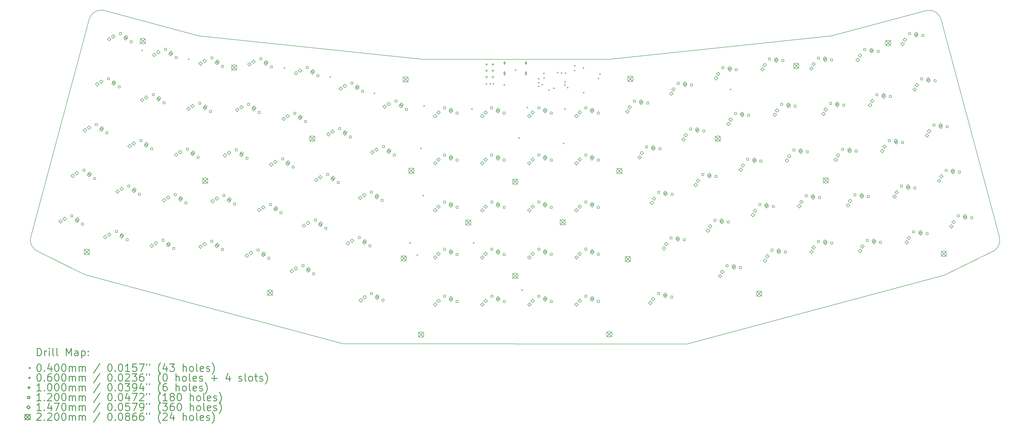
<source format=gbr>
%FSLAX45Y45*%
G04 Gerber Fmt 4.5, Leading zero omitted, Abs format (unit mm)*
G04 Created by KiCad (PCBNEW (5.1.10)-1) date 2021-09-20 10:21:46*
%MOMM*%
%LPD*%
G01*
G04 APERTURE LIST*
%TA.AperFunction,Profile*%
%ADD10C,0.200000*%
%TD*%
%ADD11C,0.200000*%
%ADD12C,0.300000*%
G04 APERTURE END LIST*
D10*
X37564311Y-5657925D02*
X33760064Y-6677270D01*
X40529374Y-14791839D02*
X38176684Y-6011479D01*
X38394441Y-16295840D02*
X40268025Y-15369454D01*
X3804316Y-6004372D02*
X1451626Y-14784732D01*
X3678763Y-16323492D02*
X14056075Y-19104084D01*
X27924925Y-19111191D02*
X14056075Y-19104084D01*
X38176684Y-6011479D02*
G75*
G03*
X37564311Y-5657925I-482963J-129410D01*
G01*
X8220936Y-6670164D02*
X17272000Y-7620000D01*
X24765000Y-7620000D02*
X33760064Y-6677270D01*
X38302237Y-16330599D02*
X27924925Y-19111191D01*
X17272000Y-7620000D02*
X24765000Y-7620000D01*
X40268025Y-15369454D02*
G75*
G03*
X40529374Y-14791839I-221613J448205D01*
G01*
X38302237Y-16330599D02*
G75*
G03*
X38394441Y-16295840I-129410J482963D01*
G01*
X3678763Y-16323492D02*
G75*
G02*
X3586559Y-16288734I129410J482963D01*
G01*
X3804316Y-6004372D02*
G75*
G02*
X4416689Y-5650818I482963J-129410D01*
G01*
X8220936Y-6670164D02*
X4416689Y-5650818D01*
X1712975Y-15362347D02*
G75*
G02*
X1451626Y-14784732I221613J448205D01*
G01*
X1712975Y-15362346D02*
X3586559Y-16288734D01*
D11*
X5923600Y-7244400D02*
X5963600Y-7284400D01*
X5963600Y-7244400D02*
X5923600Y-7284400D01*
X7803200Y-7600000D02*
X7843200Y-7640000D01*
X7843200Y-7600000D02*
X7803200Y-7640000D01*
X11664000Y-7955600D02*
X11704000Y-7995600D01*
X11704000Y-7955600D02*
X11664000Y-7995600D01*
X13518200Y-8311200D02*
X13558200Y-8351200D01*
X13558200Y-8311200D02*
X13518200Y-8351200D01*
X15296200Y-8971600D02*
X15336200Y-9011600D01*
X15336200Y-8971600D02*
X15296200Y-9011600D01*
X16731600Y-15003800D02*
X16771600Y-15043800D01*
X16771600Y-15003800D02*
X16731600Y-15043800D01*
X17023400Y-15499400D02*
X17063400Y-15539400D01*
X17063400Y-15499400D02*
X17023400Y-15539400D01*
X17175800Y-11193800D02*
X17215800Y-11233800D01*
X17215800Y-11193800D02*
X17175800Y-11233800D01*
X17265000Y-13098800D02*
X17305000Y-13138800D01*
X17305000Y-13098800D02*
X17265000Y-13138800D01*
X17302800Y-9479600D02*
X17342800Y-9519600D01*
X17342800Y-9479600D02*
X17302800Y-9519600D01*
X19233200Y-9606600D02*
X19273200Y-9646600D01*
X19273200Y-9606600D02*
X19233200Y-9646600D01*
X19297000Y-15003800D02*
X19337000Y-15043800D01*
X19337000Y-15003800D02*
X19297000Y-15043800D01*
X19817400Y-8590600D02*
X19857400Y-8630600D01*
X19857400Y-8590600D02*
X19817400Y-8630600D01*
X19969800Y-8590600D02*
X20009800Y-8630600D01*
X20009800Y-8590600D02*
X19969800Y-8630600D01*
X20096800Y-8590600D02*
X20136800Y-8630600D01*
X20136800Y-8590600D02*
X20096800Y-8630600D01*
X20535000Y-8630000D02*
X20575000Y-8670000D01*
X20575000Y-8630000D02*
X20535000Y-8670000D01*
X20988101Y-8029499D02*
X21028101Y-8069499D01*
X21028101Y-8029499D02*
X20988101Y-8069499D01*
X21138200Y-10775000D02*
X21178200Y-10815000D01*
X21178200Y-10775000D02*
X21138200Y-10815000D01*
X21252500Y-16908800D02*
X21292500Y-16948800D01*
X21292500Y-16908800D02*
X21252500Y-16948800D01*
X21468400Y-9543100D02*
X21508400Y-9583100D01*
X21508400Y-9543100D02*
X21468400Y-9583100D01*
X21925600Y-8387400D02*
X21965600Y-8427400D01*
X21965600Y-8387400D02*
X21925600Y-8427400D01*
X21925600Y-8535000D02*
X21965600Y-8575000D01*
X21965600Y-8535000D02*
X21925600Y-8575000D01*
X21925600Y-8692200D02*
X21965600Y-8732200D01*
X21965600Y-8692200D02*
X21925600Y-8732200D01*
X22065000Y-8620000D02*
X22105000Y-8660000D01*
X22105000Y-8620000D02*
X22065000Y-8660000D01*
X22137100Y-8166500D02*
X22177100Y-8206500D01*
X22177100Y-8166500D02*
X22137100Y-8206500D01*
X22139900Y-8347600D02*
X22179900Y-8387600D01*
X22179900Y-8347600D02*
X22139900Y-8387600D01*
X22332000Y-8844600D02*
X22372000Y-8884600D01*
X22372000Y-8844600D02*
X22332000Y-8884600D01*
X22535200Y-8768400D02*
X22575200Y-8808400D01*
X22575200Y-8768400D02*
X22535200Y-8808400D01*
X22687600Y-8133400D02*
X22727600Y-8173400D01*
X22727600Y-8133400D02*
X22687600Y-8173400D01*
X22847400Y-8151400D02*
X22887400Y-8191400D01*
X22887400Y-8151400D02*
X22847400Y-8191400D01*
X22928600Y-10991200D02*
X22968600Y-11031200D01*
X22968600Y-10991200D02*
X22928600Y-11031200D01*
X22979700Y-8514400D02*
X23019700Y-8554400D01*
X23019700Y-8514400D02*
X22979700Y-8554400D01*
X22979700Y-8641400D02*
X23019700Y-8681400D01*
X23019700Y-8641400D02*
X22979700Y-8681400D01*
X22992400Y-9606600D02*
X23032400Y-9646600D01*
X23032400Y-9606600D02*
X22992400Y-9646600D01*
X23005000Y-8155000D02*
X23045000Y-8195000D01*
X23045000Y-8155000D02*
X23005000Y-8195000D01*
X23094000Y-8743000D02*
X23134000Y-8783000D01*
X23134000Y-8743000D02*
X23094000Y-8783000D01*
X23373400Y-8057200D02*
X23413400Y-8097200D01*
X23413400Y-8057200D02*
X23373400Y-8097200D01*
X23377600Y-7858200D02*
X23417600Y-7898200D01*
X23417600Y-7858200D02*
X23377600Y-7898200D01*
X23728000Y-7951000D02*
X23768000Y-7991000D01*
X23768000Y-7951000D02*
X23728000Y-7991000D01*
X23737000Y-8947000D02*
X23777000Y-8987000D01*
X23777000Y-8947000D02*
X23737000Y-8987000D01*
X24332000Y-8374000D02*
X24372000Y-8414000D01*
X24372000Y-8374000D02*
X24332000Y-8414000D01*
X24395000Y-8195000D02*
X24435000Y-8235000D01*
X24435000Y-8195000D02*
X24395000Y-8235000D01*
X29672600Y-8819200D02*
X29712600Y-8859200D01*
X29712600Y-8819200D02*
X29672600Y-8859200D01*
X20592200Y-7769000D02*
G75*
G03*
X20592200Y-7769000I-30000J0D01*
G01*
X20582200Y-7799000D02*
X20582200Y-7739000D01*
X20542200Y-7799000D02*
X20542200Y-7739000D01*
X20582200Y-7739000D02*
G75*
G03*
X20542200Y-7739000I-20000J0D01*
G01*
X20542200Y-7799000D02*
G75*
G03*
X20582200Y-7799000I20000J0D01*
G01*
X20592200Y-8187000D02*
G75*
G03*
X20592200Y-8187000I-30000J0D01*
G01*
X20582200Y-8242000D02*
X20582200Y-8132000D01*
X20542200Y-8242000D02*
X20542200Y-8132000D01*
X20582200Y-8132000D02*
G75*
G03*
X20542200Y-8132000I-20000J0D01*
G01*
X20542200Y-8242000D02*
G75*
G03*
X20582200Y-8242000I20000J0D01*
G01*
X21456200Y-7769000D02*
G75*
G03*
X21456200Y-7769000I-30000J0D01*
G01*
X21446200Y-7799000D02*
X21446200Y-7739000D01*
X21406200Y-7799000D02*
X21406200Y-7739000D01*
X21446200Y-7739000D02*
G75*
G03*
X21406200Y-7739000I-20000J0D01*
G01*
X21406200Y-7799000D02*
G75*
G03*
X21446200Y-7799000I20000J0D01*
G01*
X21456200Y-8187000D02*
G75*
G03*
X21456200Y-8187000I-30000J0D01*
G01*
X21446200Y-8242000D02*
X21446200Y-8132000D01*
X21406200Y-8242000D02*
X21406200Y-8132000D01*
X21446200Y-8132000D02*
G75*
G03*
X21406200Y-8132000I-20000J0D01*
G01*
X21406200Y-8242000D02*
G75*
G03*
X21446200Y-8242000I20000J0D01*
G01*
X19837400Y-7773200D02*
X19837400Y-7873200D01*
X19787400Y-7823200D02*
X19887400Y-7823200D01*
X19837400Y-8027200D02*
X19837400Y-8127200D01*
X19787400Y-8077200D02*
X19887400Y-8077200D01*
X19837400Y-8281200D02*
X19837400Y-8381200D01*
X19787400Y-8331200D02*
X19887400Y-8331200D01*
X20091400Y-7773200D02*
X20091400Y-7873200D01*
X20041400Y-7823200D02*
X20141400Y-7823200D01*
X20091400Y-8027200D02*
X20091400Y-8127200D01*
X20041400Y-8077200D02*
X20141400Y-8077200D01*
X20091400Y-8281200D02*
X20091400Y-8381200D01*
X20041400Y-8331200D02*
X20141400Y-8331200D01*
X3147422Y-13980109D02*
X3147422Y-13895255D01*
X3062568Y-13895255D01*
X3062568Y-13980109D01*
X3147422Y-13980109D01*
X3576033Y-14312363D02*
X3576033Y-14227509D01*
X3491179Y-14227509D01*
X3491179Y-14312363D01*
X3576033Y-14312363D01*
X3638226Y-12138417D02*
X3638226Y-12053563D01*
X3553372Y-12053563D01*
X3553372Y-12138417D01*
X3638226Y-12138417D01*
X4066837Y-12470671D02*
X4066837Y-12385817D01*
X3981983Y-12385817D01*
X3981983Y-12470671D01*
X4066837Y-12470671D01*
X4132029Y-10299511D02*
X4132029Y-10214658D01*
X4047175Y-10214658D01*
X4047175Y-10299511D01*
X4132029Y-10299511D01*
X4560640Y-10631765D02*
X4560640Y-10546912D01*
X4475786Y-10546912D01*
X4475786Y-10631765D01*
X4560640Y-10631765D01*
X4625179Y-8444775D02*
X4625179Y-8359921D01*
X4540326Y-8359921D01*
X4540326Y-8444775D01*
X4625179Y-8444775D01*
X4947885Y-14610969D02*
X4947885Y-14526115D01*
X4863032Y-14526115D01*
X4863032Y-14610969D01*
X4947885Y-14610969D01*
X5053790Y-8777029D02*
X5053790Y-8692175D01*
X4968937Y-8692175D01*
X4968937Y-8777029D01*
X5053790Y-8777029D01*
X5112033Y-6621877D02*
X5112033Y-6537023D01*
X5027179Y-6537023D01*
X5027179Y-6621877D01*
X5112033Y-6621877D01*
X5376496Y-14943223D02*
X5376496Y-14858369D01*
X5291643Y-14858369D01*
X5291643Y-14943223D01*
X5376496Y-14943223D01*
X5443646Y-12774754D02*
X5443646Y-12689901D01*
X5358793Y-12689901D01*
X5358793Y-12774754D01*
X5443646Y-12774754D01*
X5540644Y-6954131D02*
X5540644Y-6869277D01*
X5455790Y-6869277D01*
X5455790Y-6954131D01*
X5540644Y-6954131D01*
X5872257Y-13107008D02*
X5872257Y-13022155D01*
X5787403Y-13022155D01*
X5787403Y-13107008D01*
X5872257Y-13107008D01*
X5937087Y-10941286D02*
X5937087Y-10856433D01*
X5852233Y-10856433D01*
X5852233Y-10941286D01*
X5937087Y-10941286D01*
X6365698Y-11273540D02*
X6365698Y-11188686D01*
X6280844Y-11188686D01*
X6280844Y-11273540D01*
X6365698Y-11273540D01*
X6438156Y-9084048D02*
X6438156Y-8999194D01*
X6353303Y-8999194D01*
X6353303Y-9084048D01*
X6438156Y-9084048D01*
X6827164Y-14964128D02*
X6827164Y-14879274D01*
X6742310Y-14879274D01*
X6742310Y-14964128D01*
X6827164Y-14964128D01*
X6866767Y-9416302D02*
X6866767Y-9331448D01*
X6781914Y-9331448D01*
X6781914Y-9416302D01*
X6866767Y-9416302D01*
X6927833Y-7257434D02*
X6927833Y-7172580D01*
X6842979Y-7172580D01*
X6842979Y-7257434D01*
X6927833Y-7257434D01*
X7255775Y-15296382D02*
X7255775Y-15211528D01*
X7170921Y-15211528D01*
X7170921Y-15296382D01*
X7255775Y-15296382D01*
X7320573Y-13121384D02*
X7320573Y-13036531D01*
X7235720Y-13036531D01*
X7235720Y-13121384D01*
X7320573Y-13121384D01*
X7356444Y-7589688D02*
X7356444Y-7504834D01*
X7271590Y-7504834D01*
X7271590Y-7589688D01*
X7356444Y-7589688D01*
X7749184Y-13453638D02*
X7749184Y-13368785D01*
X7664331Y-13368785D01*
X7664331Y-13453638D01*
X7749184Y-13453638D01*
X7812058Y-11287112D02*
X7812058Y-11202258D01*
X7727205Y-11202258D01*
X7727205Y-11287112D01*
X7812058Y-11287112D01*
X8240669Y-11619365D02*
X8240669Y-11534512D01*
X8155816Y-11534512D01*
X8155816Y-11619365D01*
X8240669Y-11619365D01*
X8308247Y-9431048D02*
X8308247Y-9346195D01*
X8223393Y-9346195D01*
X8223393Y-9431048D01*
X8308247Y-9431048D01*
X8736858Y-9763302D02*
X8736858Y-9678448D01*
X8652005Y-9678448D01*
X8652005Y-9763302D01*
X8736858Y-9763302D01*
X8793185Y-15001506D02*
X8793185Y-14916653D01*
X8708331Y-14916653D01*
X8708331Y-15001506D01*
X8793185Y-15001506D01*
X8797485Y-7608360D02*
X8797485Y-7523506D01*
X8712632Y-7523506D01*
X8712632Y-7608360D01*
X8797485Y-7608360D01*
X9221796Y-15333760D02*
X9221796Y-15248907D01*
X9136942Y-15248907D01*
X9136942Y-15333760D01*
X9221796Y-15333760D01*
X9226096Y-7940614D02*
X9226096Y-7855760D01*
X9141243Y-7855760D01*
X9141243Y-7940614D01*
X9226096Y-7940614D01*
X9284347Y-13162688D02*
X9284347Y-13077834D01*
X9199493Y-13077834D01*
X9199493Y-13162688D01*
X9284347Y-13162688D01*
X9712958Y-13494942D02*
X9712958Y-13410088D01*
X9628104Y-13410088D01*
X9628104Y-13494942D01*
X9712958Y-13494942D01*
X9781888Y-11316076D02*
X9781888Y-11231223D01*
X9697035Y-11231223D01*
X9697035Y-11316076D01*
X9781888Y-11316076D01*
X10210499Y-11648330D02*
X10210499Y-11563477D01*
X10125646Y-11563477D01*
X10125646Y-11648330D01*
X10210499Y-11648330D01*
X10277268Y-9472186D02*
X10277268Y-9387332D01*
X10192415Y-9387332D01*
X10192415Y-9472186D01*
X10277268Y-9472186D01*
X10666271Y-15359806D02*
X10666271Y-15274952D01*
X10581417Y-15274952D01*
X10581417Y-15359806D01*
X10666271Y-15359806D01*
X10705879Y-9804440D02*
X10705879Y-9719586D01*
X10621026Y-9719586D01*
X10621026Y-9804440D01*
X10705879Y-9804440D01*
X10768602Y-7635281D02*
X10768602Y-7550427D01*
X10683748Y-7550427D01*
X10683748Y-7635281D01*
X10768602Y-7635281D01*
X11094882Y-15692060D02*
X11094882Y-15607206D01*
X11010028Y-15607206D01*
X11010028Y-15692060D01*
X11094882Y-15692060D01*
X11159400Y-13520456D02*
X11159400Y-13435602D01*
X11074547Y-13435602D01*
X11074547Y-13520456D01*
X11159400Y-13520456D01*
X11197213Y-7967535D02*
X11197213Y-7882681D01*
X11112359Y-7882681D01*
X11112359Y-7967535D01*
X11197213Y-7967535D01*
X11588011Y-13852710D02*
X11588011Y-13767856D01*
X11503158Y-13767856D01*
X11503158Y-13852710D01*
X11588011Y-13852710D01*
X11649930Y-11679520D02*
X11649930Y-11594666D01*
X11565077Y-11594666D01*
X11565077Y-11679520D01*
X11649930Y-11679520D01*
X12078541Y-12011774D02*
X12078541Y-11926920D01*
X11993688Y-11926920D01*
X11993688Y-12011774D01*
X12078541Y-12011774D01*
X12147685Y-9837572D02*
X12147685Y-9752718D01*
X12062832Y-9752718D01*
X12062832Y-9837572D01*
X12147685Y-9837572D01*
X12475564Y-15986129D02*
X12475564Y-15901275D01*
X12390710Y-15901275D01*
X12390710Y-15986129D01*
X12475564Y-15986129D01*
X12576296Y-10169826D02*
X12576296Y-10084972D01*
X12491443Y-10084972D01*
X12491443Y-10169826D01*
X12576296Y-10169826D01*
X12645856Y-7995851D02*
X12645856Y-7910997D01*
X12561002Y-7910997D01*
X12561002Y-7995851D01*
X12645856Y-7995851D01*
X12904175Y-16318383D02*
X12904175Y-16233529D01*
X12819321Y-16233529D01*
X12819321Y-16318383D01*
X12904175Y-16318383D01*
X12969507Y-14149180D02*
X12969507Y-14064326D01*
X12884654Y-14064326D01*
X12884654Y-14149180D01*
X12969507Y-14149180D01*
X13074467Y-8328104D02*
X13074467Y-8243251D01*
X12989613Y-8243251D01*
X12989613Y-8328104D01*
X13074467Y-8328104D01*
X13398118Y-14481434D02*
X13398118Y-14396580D01*
X13313265Y-14396580D01*
X13313265Y-14481434D01*
X13398118Y-14481434D01*
X13464994Y-12302590D02*
X13464994Y-12217736D01*
X13380140Y-12217736D01*
X13380140Y-12302590D01*
X13464994Y-12302590D01*
X13893605Y-12634844D02*
X13893605Y-12549990D01*
X13808751Y-12549990D01*
X13808751Y-12634844D01*
X13893605Y-12634844D01*
X13955300Y-10460821D02*
X13955300Y-10375968D01*
X13870447Y-10375968D01*
X13870447Y-10460821D01*
X13955300Y-10460821D01*
X14383911Y-10793075D02*
X14383911Y-10708222D01*
X14299058Y-10708222D01*
X14299058Y-10793075D01*
X14383911Y-10793075D01*
X14448310Y-8621193D02*
X14448310Y-8536339D01*
X14363457Y-8536339D01*
X14363457Y-8621193D01*
X14448310Y-8621193D01*
X14743716Y-14862366D02*
X14743716Y-14777512D01*
X14658862Y-14777512D01*
X14658862Y-14862366D01*
X14743716Y-14862366D01*
X14876921Y-8953446D02*
X14876921Y-8868593D01*
X14792068Y-8868593D01*
X14792068Y-8953446D01*
X14876921Y-8953446D01*
X15172327Y-15194620D02*
X15172327Y-15109766D01*
X15087473Y-15109766D01*
X15087473Y-15194620D01*
X15172327Y-15194620D01*
X15232437Y-17110474D02*
X15232437Y-17025621D01*
X15147584Y-17025621D01*
X15147584Y-17110474D01*
X15232437Y-17110474D01*
X15236428Y-13025634D02*
X15236428Y-12940780D01*
X15151574Y-12940780D01*
X15151574Y-13025634D01*
X15236428Y-13025634D01*
X15665039Y-13357888D02*
X15665039Y-13273034D01*
X15580185Y-13273034D01*
X15580185Y-13357888D01*
X15665039Y-13357888D01*
X15700749Y-17383941D02*
X15700749Y-17299087D01*
X15615896Y-17299087D01*
X15615896Y-17383941D01*
X15700749Y-17383941D01*
X15724625Y-11190609D02*
X15724625Y-11105755D01*
X15639772Y-11105755D01*
X15639772Y-11190609D01*
X15724625Y-11190609D01*
X16153236Y-11522862D02*
X16153236Y-11438009D01*
X16068383Y-11438009D01*
X16068383Y-11522862D01*
X16153236Y-11522862D01*
X16222341Y-9346074D02*
X16222341Y-9261221D01*
X16137487Y-9261221D01*
X16137487Y-9346074D01*
X16222341Y-9346074D01*
X16650952Y-9678328D02*
X16650952Y-9593475D01*
X16566098Y-9593475D01*
X16566098Y-9678328D01*
X16650952Y-9678328D01*
X18190425Y-13422216D02*
X18190425Y-13337362D01*
X18105571Y-13337362D01*
X18105571Y-13422216D01*
X18190425Y-13422216D01*
X18190430Y-9619313D02*
X18190430Y-9534459D01*
X18105576Y-9534459D01*
X18105576Y-9619313D01*
X18190430Y-9619313D01*
X18190673Y-11521133D02*
X18190673Y-11436279D01*
X18105819Y-11436279D01*
X18105819Y-11521133D01*
X18190673Y-11521133D01*
X18191448Y-15324423D02*
X18191448Y-15239569D01*
X18106594Y-15239569D01*
X18106594Y-15324423D01*
X18191448Y-15324423D01*
X18192847Y-17224660D02*
X18192847Y-17139807D01*
X18107994Y-17139807D01*
X18107994Y-17224660D01*
X18192847Y-17224660D01*
X18690425Y-13632216D02*
X18690425Y-13547362D01*
X18605571Y-13547362D01*
X18605571Y-13632216D01*
X18690425Y-13632216D01*
X18690430Y-9829313D02*
X18690430Y-9744459D01*
X18605576Y-9744459D01*
X18605576Y-9829313D01*
X18690430Y-9829313D01*
X18690673Y-11731133D02*
X18690673Y-11646279D01*
X18605819Y-11646279D01*
X18605819Y-11731133D01*
X18690673Y-11731133D01*
X18691448Y-15534423D02*
X18691448Y-15449569D01*
X18606594Y-15449569D01*
X18606594Y-15534423D01*
X18691448Y-15534423D01*
X18692847Y-17434660D02*
X18692847Y-17349807D01*
X18607994Y-17349807D01*
X18607994Y-17434660D01*
X18692847Y-17434660D01*
X20088821Y-9619389D02*
X20088821Y-9534535D01*
X20003967Y-9534535D01*
X20003967Y-9619389D01*
X20088821Y-9619389D01*
X20089350Y-11521242D02*
X20089350Y-11436389D01*
X20004497Y-11436389D01*
X20004497Y-11521242D01*
X20089350Y-11521242D01*
X20090548Y-13421341D02*
X20090548Y-13336488D01*
X20005694Y-13336488D01*
X20005694Y-13421341D01*
X20090548Y-13421341D01*
X20090561Y-15324454D02*
X20090561Y-15239601D01*
X20005708Y-15239601D01*
X20005708Y-15324454D01*
X20090561Y-15324454D01*
X20091798Y-17223716D02*
X20091798Y-17138863D01*
X20006944Y-17138863D01*
X20006944Y-17223716D01*
X20091798Y-17223716D01*
X20588821Y-9829389D02*
X20588821Y-9744535D01*
X20503967Y-9744535D01*
X20503967Y-9829389D01*
X20588821Y-9829389D01*
X20589350Y-11731242D02*
X20589350Y-11646389D01*
X20504497Y-11646389D01*
X20504497Y-11731242D01*
X20589350Y-11731242D01*
X20590548Y-13631341D02*
X20590548Y-13546488D01*
X20505694Y-13546488D01*
X20505694Y-13631341D01*
X20590548Y-13631341D01*
X20590561Y-15534454D02*
X20590561Y-15449601D01*
X20505708Y-15449601D01*
X20505708Y-15534454D01*
X20590561Y-15534454D01*
X20591798Y-17433716D02*
X20591798Y-17348863D01*
X20506944Y-17348863D01*
X20506944Y-17433716D01*
X20591798Y-17433716D01*
X21988187Y-13420207D02*
X21988187Y-13335353D01*
X21903333Y-13335353D01*
X21903333Y-13420207D01*
X21988187Y-13420207D01*
X21988351Y-11521241D02*
X21988351Y-11436387D01*
X21903498Y-11436387D01*
X21903498Y-11521241D01*
X21988351Y-11521241D01*
X21989237Y-9619412D02*
X21989237Y-9534558D01*
X21904383Y-9534558D01*
X21904383Y-9619412D01*
X21989237Y-9619412D01*
X21989895Y-15322811D02*
X21989895Y-15237958D01*
X21905042Y-15237958D01*
X21905042Y-15322811D01*
X21989895Y-15322811D01*
X21992387Y-17221776D02*
X21992387Y-17136922D01*
X21907533Y-17136922D01*
X21907533Y-17221776D01*
X21992387Y-17221776D01*
X22488187Y-13630207D02*
X22488187Y-13545353D01*
X22403333Y-13545353D01*
X22403333Y-13630207D01*
X22488187Y-13630207D01*
X22488351Y-11731241D02*
X22488351Y-11646387D01*
X22403498Y-11646387D01*
X22403498Y-11731241D01*
X22488351Y-11731241D01*
X22489237Y-9829412D02*
X22489237Y-9744558D01*
X22404383Y-9744558D01*
X22404383Y-9829412D01*
X22489237Y-9829412D01*
X22489895Y-15532811D02*
X22489895Y-15447958D01*
X22405042Y-15447958D01*
X22405042Y-15532811D01*
X22489895Y-15532811D01*
X22492387Y-17431776D02*
X22492387Y-17346922D01*
X22407533Y-17346922D01*
X22407533Y-17431776D01*
X22492387Y-17431776D01*
X23886457Y-11521261D02*
X23886457Y-11436408D01*
X23801603Y-11436408D01*
X23801603Y-11521261D01*
X23886457Y-11521261D01*
X23887897Y-13420910D02*
X23887897Y-13336056D01*
X23803044Y-13336056D01*
X23803044Y-13420910D01*
X23887897Y-13420910D01*
X23888121Y-9619397D02*
X23888121Y-9534543D01*
X23803268Y-9534543D01*
X23803268Y-9619397D01*
X23888121Y-9619397D01*
X23888702Y-17220701D02*
X23888702Y-17135847D01*
X23803849Y-17135847D01*
X23803849Y-17220701D01*
X23888702Y-17220701D01*
X23889091Y-15322539D02*
X23889091Y-15237685D01*
X23804237Y-15237685D01*
X23804237Y-15322539D01*
X23889091Y-15322539D01*
X24386457Y-11731261D02*
X24386457Y-11646408D01*
X24301603Y-11646408D01*
X24301603Y-11731261D01*
X24386457Y-11731261D01*
X24387897Y-13630910D02*
X24387897Y-13546056D01*
X24303044Y-13546056D01*
X24303044Y-13630910D01*
X24387897Y-13630910D01*
X24388121Y-9829397D02*
X24388121Y-9744543D01*
X24303268Y-9744543D01*
X24303268Y-9829397D01*
X24388121Y-9829397D01*
X24388702Y-17430701D02*
X24388702Y-17345847D01*
X24303849Y-17345847D01*
X24303849Y-17430701D01*
X24388702Y-17430701D01*
X24389091Y-15532539D02*
X24389091Y-15447685D01*
X24304237Y-15447685D01*
X24304237Y-15532539D01*
X24389091Y-15532539D01*
X25844016Y-9350392D02*
X25844016Y-9265539D01*
X25759162Y-9265539D01*
X25759162Y-9350392D01*
X25844016Y-9350392D01*
X26334953Y-11197484D02*
X26334953Y-11112630D01*
X26250100Y-11112630D01*
X26250100Y-11197484D01*
X26334953Y-11197484D01*
X26381331Y-9423827D02*
X26381331Y-9338973D01*
X26296477Y-9338973D01*
X26296477Y-9423827D01*
X26381331Y-9423827D01*
X26825916Y-17110474D02*
X26825916Y-17025621D01*
X26741063Y-17025621D01*
X26741063Y-17110474D01*
X26825916Y-17110474D01*
X26827745Y-13034273D02*
X26827745Y-12949420D01*
X26742891Y-12949420D01*
X26742891Y-13034273D01*
X26827745Y-13034273D01*
X26872268Y-11270919D02*
X26872268Y-11186065D01*
X26787414Y-11186065D01*
X26787414Y-11270919D01*
X26872268Y-11270919D01*
X27321368Y-14869859D02*
X27321368Y-14785006D01*
X27236514Y-14785006D01*
X27236514Y-14869859D01*
X27321368Y-14869859D01*
X27349049Y-17253415D02*
X27349049Y-17168561D01*
X27264196Y-17168561D01*
X27264196Y-17253415D01*
X27349049Y-17253415D01*
X27365060Y-13107708D02*
X27365060Y-13022854D01*
X27280206Y-13022854D01*
X27280206Y-13107708D01*
X27365060Y-13107708D01*
X27616025Y-8627632D02*
X27616025Y-8542778D01*
X27531171Y-8542778D01*
X27531171Y-8627632D01*
X27616025Y-8627632D01*
X27858683Y-14943294D02*
X27858683Y-14858441D01*
X27773829Y-14858441D01*
X27773829Y-14943294D01*
X27858683Y-14943294D01*
X28110164Y-10475954D02*
X28110164Y-10391101D01*
X28025311Y-10391101D01*
X28025311Y-10475954D01*
X28110164Y-10475954D01*
X28153340Y-8701067D02*
X28153340Y-8616213D01*
X28068486Y-8616213D01*
X28068486Y-8701067D01*
X28153340Y-8701067D01*
X28603169Y-12312916D02*
X28603169Y-12228062D01*
X28518316Y-12228062D01*
X28518316Y-12312916D01*
X28603169Y-12312916D01*
X28647479Y-10549389D02*
X28647479Y-10464536D01*
X28562626Y-10464536D01*
X28562626Y-10549389D01*
X28647479Y-10549389D01*
X29095921Y-14154307D02*
X29095921Y-14069453D01*
X29011067Y-14069453D01*
X29011067Y-14154307D01*
X29095921Y-14154307D01*
X29140484Y-12386351D02*
X29140484Y-12301497D01*
X29055630Y-12301497D01*
X29055630Y-12386351D01*
X29140484Y-12386351D01*
X29419626Y-8002370D02*
X29419626Y-7917517D01*
X29334772Y-7917517D01*
X29334772Y-8002370D01*
X29419626Y-8002370D01*
X29587826Y-15993988D02*
X29587826Y-15909134D01*
X29502972Y-15909134D01*
X29502972Y-15993988D01*
X29587826Y-15993988D01*
X29633236Y-14227742D02*
X29633236Y-14142888D01*
X29548382Y-14142888D01*
X29548382Y-14227742D01*
X29633236Y-14227742D01*
X29920915Y-9846152D02*
X29920915Y-9761298D01*
X29836061Y-9761298D01*
X29836061Y-9846152D01*
X29920915Y-9846152D01*
X29956941Y-8075805D02*
X29956941Y-7990952D01*
X29872087Y-7990952D01*
X29872087Y-8075805D01*
X29956941Y-8075805D01*
X30125140Y-16067423D02*
X30125140Y-15982569D01*
X30040287Y-15982569D01*
X30040287Y-16067423D01*
X30125140Y-16067423D01*
X30415211Y-11693942D02*
X30415211Y-11609088D01*
X30330358Y-11609088D01*
X30330358Y-11693942D01*
X30415211Y-11693942D01*
X30458230Y-9919587D02*
X30458230Y-9834733D01*
X30373376Y-9834733D01*
X30373376Y-9919587D01*
X30458230Y-9919587D01*
X30908143Y-13527264D02*
X30908143Y-13442411D01*
X30823290Y-13442411D01*
X30823290Y-13527264D01*
X30908143Y-13527264D01*
X30952526Y-11767376D02*
X30952526Y-11682523D01*
X30867673Y-11682523D01*
X30867673Y-11767376D01*
X30952526Y-11767376D01*
X31298120Y-7644129D02*
X31298120Y-7559276D01*
X31213266Y-7559276D01*
X31213266Y-7644129D01*
X31298120Y-7644129D01*
X31399570Y-15364777D02*
X31399570Y-15279923D01*
X31314716Y-15279923D01*
X31314716Y-15364777D01*
X31399570Y-15364777D01*
X31445458Y-13600699D02*
X31445458Y-13515846D01*
X31360605Y-13515846D01*
X31360605Y-13600699D01*
X31445458Y-13600699D01*
X31790196Y-9478608D02*
X31790196Y-9393755D01*
X31705342Y-9393755D01*
X31705342Y-9478608D01*
X31790196Y-9478608D01*
X31835435Y-7717564D02*
X31835435Y-7632710D01*
X31750581Y-7632710D01*
X31750581Y-7717564D01*
X31835435Y-7717564D01*
X31936885Y-15438212D02*
X31936885Y-15353358D01*
X31852031Y-15353358D01*
X31852031Y-15438212D01*
X31936885Y-15438212D01*
X32281882Y-11325032D02*
X32281882Y-11240178D01*
X32197029Y-11240178D01*
X32197029Y-11325032D01*
X32281882Y-11325032D01*
X32327511Y-9552043D02*
X32327511Y-9467190D01*
X32242657Y-9467190D01*
X32242657Y-9552043D01*
X32327511Y-9552043D01*
X32777943Y-13168726D02*
X32777943Y-13083872D01*
X32693089Y-13083872D01*
X32693089Y-13168726D01*
X32777943Y-13168726D01*
X32819197Y-11398467D02*
X32819197Y-11313613D01*
X32734344Y-11313613D01*
X32734344Y-11398467D01*
X32819197Y-11398467D01*
X33268003Y-7610944D02*
X33268003Y-7526091D01*
X33183149Y-7526091D01*
X33183149Y-7610944D01*
X33268003Y-7610944D01*
X33271621Y-15009453D02*
X33271621Y-14924600D01*
X33186767Y-14924600D01*
X33186767Y-15009453D01*
X33271621Y-15009453D01*
X33315258Y-13242161D02*
X33315258Y-13157307D01*
X33230404Y-13157307D01*
X33230404Y-13242161D01*
X33315258Y-13242161D01*
X33757466Y-9439088D02*
X33757466Y-9354234D01*
X33672613Y-9354234D01*
X33672613Y-9439088D01*
X33757466Y-9439088D01*
X33805318Y-7684379D02*
X33805318Y-7599526D01*
X33720464Y-7599526D01*
X33720464Y-7684379D01*
X33805318Y-7684379D01*
X33808936Y-15082888D02*
X33808936Y-14998035D01*
X33724082Y-14998035D01*
X33724082Y-15082888D01*
X33808936Y-15082888D01*
X34252625Y-11294378D02*
X34252625Y-11209524D01*
X34167771Y-11209524D01*
X34167771Y-11294378D01*
X34252625Y-11294378D01*
X34294781Y-9512523D02*
X34294781Y-9427669D01*
X34209928Y-9427669D01*
X34209928Y-9512523D01*
X34294781Y-9512523D01*
X34745140Y-13130336D02*
X34745140Y-13045482D01*
X34660287Y-13045482D01*
X34660287Y-13130336D01*
X34745140Y-13130336D01*
X34789939Y-11367813D02*
X34789939Y-11282959D01*
X34705086Y-11282959D01*
X34705086Y-11367813D01*
X34789939Y-11367813D01*
X35141500Y-7265730D02*
X35141500Y-7180876D01*
X35056647Y-7180876D01*
X35056647Y-7265730D01*
X35141500Y-7265730D01*
X35239741Y-14969828D02*
X35239741Y-14884974D01*
X35154887Y-14884974D01*
X35154887Y-14969828D01*
X35239741Y-14969828D01*
X35282455Y-13203771D02*
X35282455Y-13118917D01*
X35197602Y-13118917D01*
X35197602Y-13203771D01*
X35282455Y-13203771D01*
X35632304Y-9092655D02*
X35632304Y-9007802D01*
X35547451Y-9007802D01*
X35547451Y-9092655D01*
X35632304Y-9092655D01*
X35678815Y-7339164D02*
X35678815Y-7254311D01*
X35593962Y-7254311D01*
X35593962Y-7339164D01*
X35678815Y-7339164D01*
X35777056Y-15043262D02*
X35777056Y-14958409D01*
X35692202Y-14958409D01*
X35692202Y-15043262D01*
X35777056Y-15043262D01*
X36127962Y-10945029D02*
X36127962Y-10860175D01*
X36043109Y-10860175D01*
X36043109Y-10945029D01*
X36127962Y-10945029D01*
X36169619Y-9166090D02*
X36169619Y-9081237D01*
X36084766Y-9081237D01*
X36084766Y-9166090D01*
X36169619Y-9166090D01*
X36622641Y-12779780D02*
X36622641Y-12694926D01*
X36537788Y-12694926D01*
X36537788Y-12779780D01*
X36622641Y-12779780D01*
X36665277Y-11018464D02*
X36665277Y-10933610D01*
X36580423Y-10933610D01*
X36580423Y-11018464D01*
X36665277Y-11018464D01*
X36947670Y-6626501D02*
X36947670Y-6541647D01*
X36862816Y-6541647D01*
X36862816Y-6626501D01*
X36947670Y-6626501D01*
X37115943Y-14622791D02*
X37115943Y-14537937D01*
X37031089Y-14537937D01*
X37031089Y-14622791D01*
X37115943Y-14622791D01*
X37159956Y-12853215D02*
X37159956Y-12768361D01*
X37075102Y-12768361D01*
X37075102Y-12853215D01*
X37159956Y-12853215D01*
X37435486Y-8453588D02*
X37435486Y-8368734D01*
X37350632Y-8368734D01*
X37350632Y-8453588D01*
X37435486Y-8453588D01*
X37484985Y-6699936D02*
X37484985Y-6615082D01*
X37400131Y-6615082D01*
X37400131Y-6699936D01*
X37484985Y-6699936D01*
X37653258Y-14696226D02*
X37653258Y-14611372D01*
X37568404Y-14611372D01*
X37568404Y-14696226D01*
X37653258Y-14696226D01*
X37931460Y-10310575D02*
X37931460Y-10225721D01*
X37846607Y-10225721D01*
X37846607Y-10310575D01*
X37931460Y-10310575D01*
X37972801Y-8527023D02*
X37972801Y-8442169D01*
X37887947Y-8442169D01*
X37887947Y-8527023D01*
X37972801Y-8527023D01*
X38424196Y-12141725D02*
X38424196Y-12056871D01*
X38339342Y-12056871D01*
X38339342Y-12141725D01*
X38424196Y-12141725D01*
X38468775Y-10384010D02*
X38468775Y-10299156D01*
X38383922Y-10299156D01*
X38383922Y-10384010D01*
X38468775Y-10384010D01*
X38917754Y-13983161D02*
X38917754Y-13898307D01*
X38832901Y-13898307D01*
X38832901Y-13983161D01*
X38917754Y-13983161D01*
X38961511Y-12215160D02*
X38961511Y-12130306D01*
X38876657Y-12130306D01*
X38876657Y-12215160D01*
X38961511Y-12215160D01*
X39455069Y-14056596D02*
X39455069Y-13971742D01*
X39370216Y-13971742D01*
X39370216Y-14056596D01*
X39455069Y-14056596D01*
X2650014Y-14237123D02*
X2723514Y-14163623D01*
X2650014Y-14090123D01*
X2576514Y-14163623D01*
X2650014Y-14237123D01*
X2814338Y-14130003D02*
X2887838Y-14056503D01*
X2814338Y-13983003D01*
X2740838Y-14056503D01*
X2814338Y-14130003D01*
X3140818Y-12395431D02*
X3214318Y-12321931D01*
X3140818Y-12248431D01*
X3067318Y-12321931D01*
X3140818Y-12395431D01*
X3305142Y-12288311D02*
X3378642Y-12214811D01*
X3305142Y-12141311D01*
X3231642Y-12214811D01*
X3305142Y-12288311D01*
X3310242Y-14211117D02*
X3383742Y-14137617D01*
X3310242Y-14064117D01*
X3236742Y-14137617D01*
X3310242Y-14211117D01*
X3329117Y-14156128D02*
X3402617Y-14082628D01*
X3329117Y-14009128D01*
X3255617Y-14082628D01*
X3329117Y-14156128D01*
X3634621Y-10556526D02*
X3708121Y-10483026D01*
X3634621Y-10409526D01*
X3561121Y-10483026D01*
X3634621Y-10556526D01*
X3798945Y-10449406D02*
X3872445Y-10375906D01*
X3798945Y-10302406D01*
X3725445Y-10375906D01*
X3798945Y-10449406D01*
X3801046Y-12369424D02*
X3874546Y-12295924D01*
X3801046Y-12222424D01*
X3727546Y-12295924D01*
X3801046Y-12369424D01*
X3819921Y-12314436D02*
X3893421Y-12240936D01*
X3819921Y-12167436D01*
X3746421Y-12240936D01*
X3819921Y-12314436D01*
X4127772Y-8701789D02*
X4201272Y-8628289D01*
X4127772Y-8554789D01*
X4054272Y-8628289D01*
X4127772Y-8701789D01*
X4292096Y-8594669D02*
X4365596Y-8521169D01*
X4292096Y-8447669D01*
X4218596Y-8521169D01*
X4292096Y-8594669D01*
X4294849Y-10530519D02*
X4368349Y-10457019D01*
X4294849Y-10383519D01*
X4221349Y-10457019D01*
X4294849Y-10530519D01*
X4313724Y-10475531D02*
X4387224Y-10402031D01*
X4313724Y-10328531D01*
X4240224Y-10402031D01*
X4313724Y-10475531D01*
X4450478Y-14867983D02*
X4523978Y-14794483D01*
X4450478Y-14720983D01*
X4376978Y-14794483D01*
X4450478Y-14867983D01*
X4614625Y-6878891D02*
X4688125Y-6805391D01*
X4614625Y-6731891D01*
X4541125Y-6805391D01*
X4614625Y-6878891D01*
X4614802Y-14760863D02*
X4688302Y-14687363D01*
X4614802Y-14613863D01*
X4541302Y-14687363D01*
X4614802Y-14760863D01*
X4778949Y-6771771D02*
X4852449Y-6698271D01*
X4778949Y-6624771D01*
X4705449Y-6698271D01*
X4778949Y-6771771D01*
X4787999Y-8675783D02*
X4861499Y-8602283D01*
X4787999Y-8528783D01*
X4714499Y-8602283D01*
X4787999Y-8675783D01*
X4806875Y-8620794D02*
X4880375Y-8547294D01*
X4806875Y-8473794D01*
X4733375Y-8547294D01*
X4806875Y-8620794D01*
X4946238Y-13031768D02*
X5019738Y-12958268D01*
X4946238Y-12884768D01*
X4872738Y-12958268D01*
X4946238Y-13031768D01*
X5110562Y-12924649D02*
X5184062Y-12851149D01*
X5110562Y-12777649D01*
X5037062Y-12851149D01*
X5110562Y-12924649D01*
X5110705Y-14841976D02*
X5184205Y-14768476D01*
X5110705Y-14694976D01*
X5037205Y-14768476D01*
X5110705Y-14841976D01*
X5129581Y-14786988D02*
X5203081Y-14713488D01*
X5129581Y-14639988D01*
X5056081Y-14713488D01*
X5129581Y-14786988D01*
X5274853Y-6852884D02*
X5348353Y-6779384D01*
X5274853Y-6705884D01*
X5201353Y-6779384D01*
X5274853Y-6852884D01*
X5293728Y-6797896D02*
X5367228Y-6724396D01*
X5293728Y-6650896D01*
X5220228Y-6724396D01*
X5293728Y-6797896D01*
X5439679Y-11198300D02*
X5513179Y-11124800D01*
X5439679Y-11051300D01*
X5366179Y-11124800D01*
X5439679Y-11198300D01*
X5604003Y-11091180D02*
X5677503Y-11017680D01*
X5604003Y-10944180D01*
X5530503Y-11017680D01*
X5604003Y-11091180D01*
X5606466Y-13005762D02*
X5679966Y-12932262D01*
X5606466Y-12858762D01*
X5532966Y-12932262D01*
X5606466Y-13005762D01*
X5625341Y-12950773D02*
X5698841Y-12877273D01*
X5625341Y-12803773D01*
X5551841Y-12877273D01*
X5625341Y-12950773D01*
X5940748Y-9341062D02*
X6014248Y-9267562D01*
X5940748Y-9194062D01*
X5867248Y-9267562D01*
X5940748Y-9341062D01*
X6099907Y-11172294D02*
X6173407Y-11098794D01*
X6099907Y-11025294D01*
X6026407Y-11098794D01*
X6099907Y-11172294D01*
X6105072Y-9233942D02*
X6178572Y-9160442D01*
X6105072Y-9086942D01*
X6031572Y-9160442D01*
X6105072Y-9233942D01*
X6118782Y-11117305D02*
X6192282Y-11043805D01*
X6118782Y-10970305D01*
X6045282Y-11043805D01*
X6118782Y-11117305D01*
X6329756Y-15221142D02*
X6403256Y-15147642D01*
X6329756Y-15074142D01*
X6256256Y-15147642D01*
X6329756Y-15221142D01*
X6430425Y-7514448D02*
X6503925Y-7440948D01*
X6430425Y-7367448D01*
X6356925Y-7440948D01*
X6430425Y-7514448D01*
X6494080Y-15114022D02*
X6567580Y-15040522D01*
X6494080Y-14967022D01*
X6420580Y-15040522D01*
X6494080Y-15114022D01*
X6594749Y-7407328D02*
X6668249Y-7333828D01*
X6594749Y-7260328D01*
X6521249Y-7333828D01*
X6594749Y-7407328D01*
X6600976Y-9315055D02*
X6674476Y-9241555D01*
X6600976Y-9168055D01*
X6527476Y-9241555D01*
X6600976Y-9315055D01*
X6619851Y-9260067D02*
X6693351Y-9186567D01*
X6619851Y-9113067D01*
X6546351Y-9186567D01*
X6619851Y-9260067D01*
X6823166Y-13378399D02*
X6896666Y-13304899D01*
X6823166Y-13231399D01*
X6749666Y-13304899D01*
X6823166Y-13378399D01*
X6987490Y-13271279D02*
X7060990Y-13197779D01*
X6987490Y-13124279D01*
X6913990Y-13197779D01*
X6987490Y-13271279D01*
X6989984Y-15195135D02*
X7063484Y-15121635D01*
X6989984Y-15048135D01*
X6916484Y-15121635D01*
X6989984Y-15195135D01*
X7008859Y-15140147D02*
X7082359Y-15066647D01*
X7008859Y-14993147D01*
X6935359Y-15066647D01*
X7008859Y-15140147D01*
X7090653Y-7488441D02*
X7164153Y-7414941D01*
X7090653Y-7341441D01*
X7017153Y-7414941D01*
X7090653Y-7488441D01*
X7109528Y-7433453D02*
X7183028Y-7359953D01*
X7109528Y-7286453D01*
X7036028Y-7359953D01*
X7109528Y-7433453D01*
X7314650Y-11544126D02*
X7388150Y-11470626D01*
X7314650Y-11397126D01*
X7241150Y-11470626D01*
X7314650Y-11544126D01*
X7478974Y-11437006D02*
X7552474Y-11363506D01*
X7478974Y-11290006D01*
X7405474Y-11363506D01*
X7478974Y-11437006D01*
X7483393Y-13352392D02*
X7556893Y-13278892D01*
X7483393Y-13205392D01*
X7409893Y-13278892D01*
X7483393Y-13352392D01*
X7502269Y-13297404D02*
X7575769Y-13223904D01*
X7502269Y-13150404D01*
X7428769Y-13223904D01*
X7502269Y-13297404D01*
X7810839Y-9688062D02*
X7884339Y-9614562D01*
X7810839Y-9541062D01*
X7737339Y-9614562D01*
X7810839Y-9688062D01*
X7974878Y-11518119D02*
X8048378Y-11444619D01*
X7974878Y-11371119D01*
X7901378Y-11444619D01*
X7974878Y-11518119D01*
X7975163Y-9580942D02*
X8048663Y-9507442D01*
X7975163Y-9433942D01*
X7901663Y-9507442D01*
X7975163Y-9580942D01*
X7993753Y-11463131D02*
X8067253Y-11389631D01*
X7993753Y-11316131D01*
X7920253Y-11389631D01*
X7993753Y-11463131D01*
X8295777Y-15258521D02*
X8369277Y-15185021D01*
X8295777Y-15111521D01*
X8222277Y-15185021D01*
X8295777Y-15258521D01*
X8300078Y-7865374D02*
X8373578Y-7791874D01*
X8300078Y-7718374D01*
X8226578Y-7791874D01*
X8300078Y-7865374D01*
X8460101Y-15151401D02*
X8533601Y-15077901D01*
X8460101Y-15004401D01*
X8386601Y-15077901D01*
X8460101Y-15151401D01*
X8464402Y-7758254D02*
X8537902Y-7684754D01*
X8464402Y-7611254D01*
X8390902Y-7684754D01*
X8464402Y-7758254D01*
X8471067Y-9662056D02*
X8544567Y-9588556D01*
X8471067Y-9515056D01*
X8397567Y-9588556D01*
X8471067Y-9662056D01*
X8489942Y-9607067D02*
X8563442Y-9533567D01*
X8489942Y-9460067D01*
X8416442Y-9533567D01*
X8489942Y-9607067D01*
X8786939Y-13419702D02*
X8860439Y-13346202D01*
X8786939Y-13272702D01*
X8713439Y-13346202D01*
X8786939Y-13419702D01*
X8951263Y-13312582D02*
X9024763Y-13239082D01*
X8951263Y-13165582D01*
X8877763Y-13239082D01*
X8951263Y-13312582D01*
X8956005Y-15232514D02*
X9029505Y-15159014D01*
X8956005Y-15085514D01*
X8882505Y-15159014D01*
X8956005Y-15232514D01*
X8960305Y-7839367D02*
X9033805Y-7765867D01*
X8960305Y-7692367D01*
X8886805Y-7765867D01*
X8960305Y-7839367D01*
X8974880Y-15177525D02*
X9048380Y-15104025D01*
X8974880Y-15030525D01*
X8901380Y-15104025D01*
X8974880Y-15177525D01*
X8979181Y-7784379D02*
X9052681Y-7710879D01*
X8979181Y-7637379D01*
X8905681Y-7710879D01*
X8979181Y-7784379D01*
X9284481Y-11573090D02*
X9357981Y-11499590D01*
X9284481Y-11426090D01*
X9210981Y-11499590D01*
X9284481Y-11573090D01*
X9447167Y-13393696D02*
X9520667Y-13320196D01*
X9447167Y-13246696D01*
X9373667Y-13320196D01*
X9447167Y-13393696D01*
X9448804Y-11465971D02*
X9522304Y-11392471D01*
X9448804Y-11318971D01*
X9375304Y-11392471D01*
X9448804Y-11465971D01*
X9466042Y-13338707D02*
X9539542Y-13265207D01*
X9466042Y-13191707D01*
X9392542Y-13265207D01*
X9466042Y-13338707D01*
X9779861Y-9729200D02*
X9853361Y-9655700D01*
X9779861Y-9582200D01*
X9706361Y-9655700D01*
X9779861Y-9729200D01*
X9944185Y-9622080D02*
X10017685Y-9548580D01*
X9944185Y-9475080D01*
X9870685Y-9548580D01*
X9944185Y-9622080D01*
X9944708Y-11547084D02*
X10018208Y-11473584D01*
X9944708Y-11400084D01*
X9871208Y-11473584D01*
X9944708Y-11547084D01*
X9963583Y-11492095D02*
X10037083Y-11418595D01*
X9963583Y-11345095D01*
X9890083Y-11418595D01*
X9963583Y-11492095D01*
X10168863Y-15616820D02*
X10242363Y-15543320D01*
X10168863Y-15469820D01*
X10095363Y-15543320D01*
X10168863Y-15616820D01*
X10271194Y-7892295D02*
X10344694Y-7818795D01*
X10271194Y-7745295D01*
X10197694Y-7818795D01*
X10271194Y-7892295D01*
X10333187Y-15509700D02*
X10406687Y-15436200D01*
X10333187Y-15362700D01*
X10259687Y-15436200D01*
X10333187Y-15509700D01*
X10435518Y-7785175D02*
X10509018Y-7711675D01*
X10435518Y-7638175D01*
X10362018Y-7711675D01*
X10435518Y-7785175D01*
X10440088Y-9703193D02*
X10513588Y-9629693D01*
X10440088Y-9556193D01*
X10366588Y-9629693D01*
X10440088Y-9703193D01*
X10458964Y-9648205D02*
X10532464Y-9574705D01*
X10458964Y-9501205D01*
X10385464Y-9574705D01*
X10458964Y-9648205D01*
X10661993Y-13777470D02*
X10735493Y-13703970D01*
X10661993Y-13630470D01*
X10588493Y-13703970D01*
X10661993Y-13777470D01*
X10826317Y-13670350D02*
X10899817Y-13596850D01*
X10826317Y-13523350D01*
X10752817Y-13596850D01*
X10826317Y-13670350D01*
X10829091Y-15590814D02*
X10902591Y-15517314D01*
X10829091Y-15443814D01*
X10755591Y-15517314D01*
X10829091Y-15590814D01*
X10847966Y-15535825D02*
X10921466Y-15462325D01*
X10847966Y-15388825D01*
X10774466Y-15462325D01*
X10847966Y-15535825D01*
X10931422Y-7866288D02*
X11004922Y-7792788D01*
X10931422Y-7719288D01*
X10857922Y-7792788D01*
X10931422Y-7866288D01*
X10950297Y-7811300D02*
X11023797Y-7737800D01*
X10950297Y-7664300D01*
X10876797Y-7737800D01*
X10950297Y-7811300D01*
X11152523Y-11936534D02*
X11226022Y-11863034D01*
X11152523Y-11789534D01*
X11079023Y-11863034D01*
X11152523Y-11936534D01*
X11316846Y-11829414D02*
X11390346Y-11755914D01*
X11316846Y-11682414D01*
X11243346Y-11755914D01*
X11316846Y-11829414D01*
X11322220Y-13751464D02*
X11395720Y-13677964D01*
X11322220Y-13604464D01*
X11248720Y-13677964D01*
X11322220Y-13751464D01*
X11341096Y-13696475D02*
X11414596Y-13622975D01*
X11341096Y-13549475D01*
X11267596Y-13622975D01*
X11341096Y-13696475D01*
X11650278Y-10094586D02*
X11723778Y-10021086D01*
X11650278Y-9947586D01*
X11576778Y-10021086D01*
X11650278Y-10094586D01*
X11812750Y-11910528D02*
X11886250Y-11837028D01*
X11812750Y-11763528D01*
X11739250Y-11837028D01*
X11812750Y-11910528D01*
X11814601Y-9987466D02*
X11888101Y-9913966D01*
X11814601Y-9840466D01*
X11741101Y-9913966D01*
X11814601Y-9987466D01*
X11831625Y-11855539D02*
X11905125Y-11782039D01*
X11831625Y-11708539D01*
X11758125Y-11782039D01*
X11831625Y-11855539D01*
X11978156Y-16243143D02*
X12051656Y-16169643D01*
X11978156Y-16096143D01*
X11904656Y-16169643D01*
X11978156Y-16243143D01*
X12142480Y-16136023D02*
X12215980Y-16062523D01*
X12142480Y-15989023D01*
X12068980Y-16062523D01*
X12142480Y-16136023D01*
X12148448Y-8252865D02*
X12221948Y-8179365D01*
X12148448Y-8105865D01*
X12074948Y-8179365D01*
X12148448Y-8252865D01*
X12310505Y-10068579D02*
X12384005Y-9995079D01*
X12310505Y-9921579D01*
X12237005Y-9995079D01*
X12310505Y-10068579D01*
X12312772Y-8145745D02*
X12386272Y-8072245D01*
X12312772Y-7998745D01*
X12239272Y-8072245D01*
X12312772Y-8145745D01*
X12329380Y-10013591D02*
X12402880Y-9940091D01*
X12329380Y-9866591D01*
X12255880Y-9940091D01*
X12329380Y-10013591D01*
X12472100Y-14406194D02*
X12545600Y-14332694D01*
X12472100Y-14259194D01*
X12398600Y-14332694D01*
X12472100Y-14406194D01*
X12636424Y-14299074D02*
X12709924Y-14225574D01*
X12636424Y-14152074D01*
X12562924Y-14225574D01*
X12636424Y-14299074D01*
X12638384Y-16217136D02*
X12711884Y-16143636D01*
X12638384Y-16070136D01*
X12564884Y-16143636D01*
X12638384Y-16217136D01*
X12657259Y-16162148D02*
X12730759Y-16088648D01*
X12657259Y-16015148D01*
X12583759Y-16088648D01*
X12657259Y-16162148D01*
X12808676Y-8226858D02*
X12882176Y-8153358D01*
X12808676Y-8079858D01*
X12735176Y-8153358D01*
X12808676Y-8226858D01*
X12827551Y-8171870D02*
X12901051Y-8098370D01*
X12827551Y-8024870D01*
X12754051Y-8098370D01*
X12827551Y-8171870D01*
X12967586Y-12559604D02*
X13041086Y-12486104D01*
X12967586Y-12412604D01*
X12894086Y-12486104D01*
X12967586Y-12559604D01*
X13131910Y-12452484D02*
X13205410Y-12378984D01*
X13131910Y-12305484D01*
X13058410Y-12378984D01*
X13131910Y-12452484D01*
X13132327Y-14380187D02*
X13205827Y-14306687D01*
X13132327Y-14233187D01*
X13058827Y-14306687D01*
X13132327Y-14380187D01*
X13151203Y-14325199D02*
X13224703Y-14251699D01*
X13151203Y-14178199D01*
X13077703Y-14251699D01*
X13151203Y-14325199D01*
X13457893Y-10717835D02*
X13531393Y-10644335D01*
X13457893Y-10570835D01*
X13384393Y-10644335D01*
X13457893Y-10717835D01*
X13622217Y-10610716D02*
X13695717Y-10537216D01*
X13622217Y-10463716D01*
X13548717Y-10537216D01*
X13622217Y-10610716D01*
X13627814Y-12533597D02*
X13701314Y-12460097D01*
X13627814Y-12386597D01*
X13554314Y-12460097D01*
X13627814Y-12533597D01*
X13646689Y-12478609D02*
X13720189Y-12405109D01*
X13646689Y-12331609D01*
X13573189Y-12405109D01*
X13646689Y-12478609D01*
X13950902Y-8878207D02*
X14024402Y-8804707D01*
X13950902Y-8731207D01*
X13877402Y-8804707D01*
X13950902Y-8878207D01*
X14115226Y-8771087D02*
X14188726Y-8697587D01*
X14115226Y-8624087D01*
X14041726Y-8697587D01*
X14115226Y-8771087D01*
X14118120Y-10691829D02*
X14191620Y-10618329D01*
X14118120Y-10544829D01*
X14044620Y-10618329D01*
X14118120Y-10691829D01*
X14136996Y-10636840D02*
X14210496Y-10563340D01*
X14136996Y-10489840D01*
X14063496Y-10563340D01*
X14136996Y-10636840D01*
X14246308Y-15119380D02*
X14319808Y-15045880D01*
X14246308Y-14972380D01*
X14172808Y-15045880D01*
X14246308Y-15119380D01*
X14410632Y-15012260D02*
X14484132Y-14938760D01*
X14410632Y-14865260D01*
X14337132Y-14938760D01*
X14410632Y-15012260D01*
X14611130Y-8852200D02*
X14684630Y-8778700D01*
X14611130Y-8705200D01*
X14537630Y-8778700D01*
X14611130Y-8852200D01*
X14630005Y-8797212D02*
X14703505Y-8723712D01*
X14630005Y-8650212D01*
X14556505Y-8723712D01*
X14630005Y-8797212D01*
X14739020Y-13282648D02*
X14812520Y-13209148D01*
X14739020Y-13135648D01*
X14665520Y-13209148D01*
X14739020Y-13282648D01*
X14768413Y-17424943D02*
X14841913Y-17351443D01*
X14768413Y-17277943D01*
X14694913Y-17351443D01*
X14768413Y-17424943D01*
X14903344Y-13175528D02*
X14976844Y-13102028D01*
X14903344Y-13028528D01*
X14829844Y-13102028D01*
X14903344Y-13175528D01*
X14906536Y-15093373D02*
X14980036Y-15019873D01*
X14906536Y-14946373D01*
X14833036Y-15019873D01*
X14906536Y-15093373D01*
X14917349Y-17297291D02*
X14990849Y-17223791D01*
X14917349Y-17150291D01*
X14843849Y-17223791D01*
X14917349Y-17297291D01*
X14925411Y-15038385D02*
X14998911Y-14964885D01*
X14925411Y-14891385D01*
X14851911Y-14964885D01*
X14925411Y-15038385D01*
X15227218Y-11447623D02*
X15300718Y-11374123D01*
X15227218Y-11300623D01*
X15153718Y-11374123D01*
X15227218Y-11447623D01*
X15391542Y-11340503D02*
X15465042Y-11267003D01*
X15391542Y-11193503D01*
X15318042Y-11267003D01*
X15391542Y-11340503D01*
X15399248Y-13256641D02*
X15472748Y-13183141D01*
X15399248Y-13109641D01*
X15325748Y-13183141D01*
X15399248Y-13256641D01*
X15418123Y-13201653D02*
X15491623Y-13128153D01*
X15418123Y-13054653D01*
X15344623Y-13128153D01*
X15418123Y-13201653D01*
X15419598Y-17312981D02*
X15493098Y-17239481D01*
X15419598Y-17165981D01*
X15346098Y-17239481D01*
X15419598Y-17312981D01*
X15431134Y-17256000D02*
X15504634Y-17182500D01*
X15431134Y-17109000D01*
X15357634Y-17182500D01*
X15431134Y-17256000D01*
X15724933Y-9603089D02*
X15798433Y-9529589D01*
X15724933Y-9456089D01*
X15651433Y-9529589D01*
X15724933Y-9603089D01*
X15887445Y-11421616D02*
X15960945Y-11348116D01*
X15887445Y-11274616D01*
X15813945Y-11348116D01*
X15887445Y-11421616D01*
X15889257Y-9495969D02*
X15962757Y-9422469D01*
X15889257Y-9348969D01*
X15815757Y-9422469D01*
X15889257Y-9495969D01*
X15906321Y-11366628D02*
X15979821Y-11293128D01*
X15906321Y-11219628D01*
X15832821Y-11293128D01*
X15906321Y-11366628D01*
X16385161Y-9577082D02*
X16458661Y-9503582D01*
X16385161Y-9430082D01*
X16311661Y-9503582D01*
X16385161Y-9577082D01*
X16404036Y-9522094D02*
X16477536Y-9448594D01*
X16404036Y-9375094D01*
X16330536Y-9448594D01*
X16404036Y-9522094D01*
X17766998Y-13789289D02*
X17840498Y-13715789D01*
X17766998Y-13642289D01*
X17693498Y-13715789D01*
X17766998Y-13789289D01*
X17767003Y-9986386D02*
X17840503Y-9912886D01*
X17767003Y-9839386D01*
X17693503Y-9912886D01*
X17767003Y-9986386D01*
X17767246Y-11888206D02*
X17840746Y-11814706D01*
X17767246Y-11741206D01*
X17693746Y-11814706D01*
X17767246Y-11888206D01*
X17768021Y-15691496D02*
X17841521Y-15617996D01*
X17768021Y-15544496D01*
X17694521Y-15617996D01*
X17768021Y-15691496D01*
X17769421Y-17591734D02*
X17842921Y-17518234D01*
X17769421Y-17444734D01*
X17695921Y-17518234D01*
X17769421Y-17591734D01*
X17897998Y-13643289D02*
X17971498Y-13569789D01*
X17897998Y-13496289D01*
X17824498Y-13569789D01*
X17897998Y-13643289D01*
X17898003Y-9840386D02*
X17971503Y-9766886D01*
X17898003Y-9693386D01*
X17824503Y-9766886D01*
X17898003Y-9840386D01*
X17898246Y-11742206D02*
X17971746Y-11668706D01*
X17898246Y-11595206D01*
X17824746Y-11668706D01*
X17898246Y-11742206D01*
X17899021Y-15545496D02*
X17972521Y-15471996D01*
X17899021Y-15398496D01*
X17825521Y-15471996D01*
X17899021Y-15545496D01*
X17900421Y-17445734D02*
X17973921Y-17372234D01*
X17900421Y-17298734D01*
X17826921Y-17372234D01*
X17900421Y-17445734D01*
X18397998Y-13593289D02*
X18471498Y-13519789D01*
X18397998Y-13446289D01*
X18324498Y-13519789D01*
X18397998Y-13593289D01*
X18398003Y-9790386D02*
X18471503Y-9716886D01*
X18398003Y-9643386D01*
X18324503Y-9716886D01*
X18398003Y-9790386D01*
X18398246Y-11692206D02*
X18471746Y-11618706D01*
X18398246Y-11545206D01*
X18324746Y-11618706D01*
X18398246Y-11692206D01*
X18399021Y-15495496D02*
X18472521Y-15421996D01*
X18399021Y-15348496D01*
X18325521Y-15421996D01*
X18399021Y-15495496D01*
X18400421Y-17395734D02*
X18473921Y-17322234D01*
X18400421Y-17248734D01*
X18326921Y-17322234D01*
X18400421Y-17395734D01*
X18401998Y-13535289D02*
X18475498Y-13461789D01*
X18401998Y-13388289D01*
X18328498Y-13461789D01*
X18401998Y-13535289D01*
X18402003Y-9732386D02*
X18475503Y-9658886D01*
X18402003Y-9585386D01*
X18328503Y-9658886D01*
X18402003Y-9732386D01*
X18402246Y-11634206D02*
X18475746Y-11560706D01*
X18402246Y-11487206D01*
X18328746Y-11560706D01*
X18402246Y-11634206D01*
X18403021Y-15437496D02*
X18476521Y-15363996D01*
X18403021Y-15290496D01*
X18329521Y-15363996D01*
X18403021Y-15437496D01*
X18404421Y-17337734D02*
X18477921Y-17264234D01*
X18404421Y-17190734D01*
X18330921Y-17264234D01*
X18404421Y-17337734D01*
X19665394Y-9986462D02*
X19738894Y-9912962D01*
X19665394Y-9839462D01*
X19591894Y-9912962D01*
X19665394Y-9986462D01*
X19665923Y-11888316D02*
X19739423Y-11814816D01*
X19665923Y-11741316D01*
X19592423Y-11814816D01*
X19665923Y-11888316D01*
X19667121Y-13788414D02*
X19740621Y-13714914D01*
X19667121Y-13641414D01*
X19593621Y-13714914D01*
X19667121Y-13788414D01*
X19667135Y-15691528D02*
X19740635Y-15618028D01*
X19667135Y-15544528D01*
X19593635Y-15618028D01*
X19667135Y-15691528D01*
X19668371Y-17590790D02*
X19741871Y-17517290D01*
X19668371Y-17443790D01*
X19594871Y-17517290D01*
X19668371Y-17590790D01*
X19796394Y-9840462D02*
X19869894Y-9766962D01*
X19796394Y-9693462D01*
X19722894Y-9766962D01*
X19796394Y-9840462D01*
X19796923Y-11742316D02*
X19870423Y-11668816D01*
X19796923Y-11595316D01*
X19723423Y-11668816D01*
X19796923Y-11742316D01*
X19798121Y-13642414D02*
X19871621Y-13568914D01*
X19798121Y-13495414D01*
X19724621Y-13568914D01*
X19798121Y-13642414D01*
X19798135Y-15545528D02*
X19871635Y-15472028D01*
X19798135Y-15398528D01*
X19724635Y-15472028D01*
X19798135Y-15545528D01*
X19799371Y-17444790D02*
X19872871Y-17371290D01*
X19799371Y-17297790D01*
X19725871Y-17371290D01*
X19799371Y-17444790D01*
X20296394Y-9790462D02*
X20369894Y-9716962D01*
X20296394Y-9643462D01*
X20222894Y-9716962D01*
X20296394Y-9790462D01*
X20296923Y-11692316D02*
X20370423Y-11618816D01*
X20296923Y-11545316D01*
X20223423Y-11618816D01*
X20296923Y-11692316D01*
X20298121Y-13592414D02*
X20371621Y-13518914D01*
X20298121Y-13445414D01*
X20224621Y-13518914D01*
X20298121Y-13592414D01*
X20298135Y-15495528D02*
X20371635Y-15422028D01*
X20298135Y-15348528D01*
X20224635Y-15422028D01*
X20298135Y-15495528D01*
X20299371Y-17394790D02*
X20372871Y-17321290D01*
X20299371Y-17247790D01*
X20225871Y-17321290D01*
X20299371Y-17394790D01*
X20300394Y-9732462D02*
X20373894Y-9658962D01*
X20300394Y-9585462D01*
X20226894Y-9658962D01*
X20300394Y-9732462D01*
X20300923Y-11634316D02*
X20374423Y-11560816D01*
X20300923Y-11487316D01*
X20227423Y-11560816D01*
X20300923Y-11634316D01*
X20302121Y-13534414D02*
X20375621Y-13460914D01*
X20302121Y-13387414D01*
X20228621Y-13460914D01*
X20302121Y-13534414D01*
X20302135Y-15437528D02*
X20375635Y-15364028D01*
X20302135Y-15290528D01*
X20228635Y-15364028D01*
X20302135Y-15437528D01*
X20303371Y-17336790D02*
X20376871Y-17263290D01*
X20303371Y-17189790D01*
X20229871Y-17263290D01*
X20303371Y-17336790D01*
X21564760Y-13787280D02*
X21638260Y-13713780D01*
X21564760Y-13640280D01*
X21491260Y-13713780D01*
X21564760Y-13787280D01*
X21564924Y-11888314D02*
X21638424Y-11814814D01*
X21564924Y-11741314D01*
X21491424Y-11814814D01*
X21564924Y-11888314D01*
X21565810Y-9986485D02*
X21639310Y-9912985D01*
X21565810Y-9839485D01*
X21492310Y-9912985D01*
X21565810Y-9986485D01*
X21566469Y-15689884D02*
X21639969Y-15616384D01*
X21566469Y-15542884D01*
X21492969Y-15616384D01*
X21566469Y-15689884D01*
X21568960Y-17588849D02*
X21642460Y-17515349D01*
X21568960Y-17441849D01*
X21495460Y-17515349D01*
X21568960Y-17588849D01*
X21695760Y-13641280D02*
X21769260Y-13567780D01*
X21695760Y-13494280D01*
X21622260Y-13567780D01*
X21695760Y-13641280D01*
X21695924Y-11742314D02*
X21769424Y-11668814D01*
X21695924Y-11595314D01*
X21622424Y-11668814D01*
X21695924Y-11742314D01*
X21696810Y-9840485D02*
X21770310Y-9766985D01*
X21696810Y-9693485D01*
X21623310Y-9766985D01*
X21696810Y-9840485D01*
X21697469Y-15543884D02*
X21770969Y-15470384D01*
X21697469Y-15396884D01*
X21623969Y-15470384D01*
X21697469Y-15543884D01*
X21699960Y-17442849D02*
X21773460Y-17369349D01*
X21699960Y-17295849D01*
X21626460Y-17369349D01*
X21699960Y-17442849D01*
X22195760Y-13591280D02*
X22269260Y-13517780D01*
X22195760Y-13444280D01*
X22122260Y-13517780D01*
X22195760Y-13591280D01*
X22195924Y-11692314D02*
X22269424Y-11618814D01*
X22195924Y-11545314D01*
X22122424Y-11618814D01*
X22195924Y-11692314D01*
X22196810Y-9790485D02*
X22270310Y-9716985D01*
X22196810Y-9643485D01*
X22123310Y-9716985D01*
X22196810Y-9790485D01*
X22197469Y-15493884D02*
X22270969Y-15420384D01*
X22197469Y-15346884D01*
X22123969Y-15420384D01*
X22197469Y-15493884D01*
X22199760Y-13533280D02*
X22273260Y-13459780D01*
X22199760Y-13386280D01*
X22126260Y-13459780D01*
X22199760Y-13533280D01*
X22199924Y-11634314D02*
X22273424Y-11560814D01*
X22199924Y-11487314D01*
X22126424Y-11560814D01*
X22199924Y-11634314D01*
X22199960Y-17392849D02*
X22273460Y-17319349D01*
X22199960Y-17245849D01*
X22126460Y-17319349D01*
X22199960Y-17392849D01*
X22200810Y-9732485D02*
X22274310Y-9658985D01*
X22200810Y-9585485D01*
X22127310Y-9658985D01*
X22200810Y-9732485D01*
X22201469Y-15435884D02*
X22274969Y-15362384D01*
X22201469Y-15288884D01*
X22127969Y-15362384D01*
X22201469Y-15435884D01*
X22203960Y-17334849D02*
X22277460Y-17261349D01*
X22203960Y-17187849D01*
X22130460Y-17261349D01*
X22203960Y-17334849D01*
X23463030Y-11888334D02*
X23536530Y-11814834D01*
X23463030Y-11741334D01*
X23389530Y-11814834D01*
X23463030Y-11888334D01*
X23464470Y-13787983D02*
X23537970Y-13714483D01*
X23464470Y-13640983D01*
X23390970Y-13714483D01*
X23464470Y-13787983D01*
X23464695Y-9986470D02*
X23538195Y-9912970D01*
X23464695Y-9839470D01*
X23391195Y-9912970D01*
X23464695Y-9986470D01*
X23465275Y-17587774D02*
X23538775Y-17514274D01*
X23465275Y-17440774D01*
X23391775Y-17514274D01*
X23465275Y-17587774D01*
X23465664Y-15689612D02*
X23539164Y-15616112D01*
X23465664Y-15542612D01*
X23392164Y-15616112D01*
X23465664Y-15689612D01*
X23594030Y-11742334D02*
X23667530Y-11668834D01*
X23594030Y-11595334D01*
X23520530Y-11668834D01*
X23594030Y-11742334D01*
X23595470Y-13641983D02*
X23668970Y-13568483D01*
X23595470Y-13494983D01*
X23521970Y-13568483D01*
X23595470Y-13641983D01*
X23595695Y-9840470D02*
X23669195Y-9766970D01*
X23595695Y-9693470D01*
X23522195Y-9766970D01*
X23595695Y-9840470D01*
X23596275Y-17441774D02*
X23669775Y-17368274D01*
X23596275Y-17294774D01*
X23522775Y-17368274D01*
X23596275Y-17441774D01*
X23596664Y-15543612D02*
X23670164Y-15470112D01*
X23596664Y-15396612D01*
X23523164Y-15470112D01*
X23596664Y-15543612D01*
X24094030Y-11692334D02*
X24167530Y-11618834D01*
X24094030Y-11545334D01*
X24020530Y-11618834D01*
X24094030Y-11692334D01*
X24095470Y-13591983D02*
X24168970Y-13518483D01*
X24095470Y-13444983D01*
X24021970Y-13518483D01*
X24095470Y-13591983D01*
X24095695Y-9790470D02*
X24169195Y-9716970D01*
X24095695Y-9643470D01*
X24022195Y-9716970D01*
X24095695Y-9790470D01*
X24096275Y-17391774D02*
X24169775Y-17318274D01*
X24096275Y-17244774D01*
X24022775Y-17318274D01*
X24096275Y-17391774D01*
X24096664Y-15493612D02*
X24170164Y-15420112D01*
X24096664Y-15346612D01*
X24023164Y-15420112D01*
X24096664Y-15493612D01*
X24098030Y-11634334D02*
X24171530Y-11560834D01*
X24098030Y-11487334D01*
X24024530Y-11560834D01*
X24098030Y-11634334D01*
X24099470Y-13533983D02*
X24172970Y-13460483D01*
X24099470Y-13386983D01*
X24025970Y-13460483D01*
X24099470Y-13533983D01*
X24099695Y-9732470D02*
X24173195Y-9658970D01*
X24099695Y-9585470D01*
X24026195Y-9658970D01*
X24099695Y-9732470D01*
X24100275Y-17333774D02*
X24173775Y-17260274D01*
X24100275Y-17186774D01*
X24026775Y-17260274D01*
X24100275Y-17333774D01*
X24100664Y-15435612D02*
X24174164Y-15362112D01*
X24100664Y-15288612D01*
X24027164Y-15362112D01*
X24100664Y-15435612D01*
X25520534Y-9804626D02*
X25594034Y-9731126D01*
X25520534Y-9657626D01*
X25447034Y-9731126D01*
X25520534Y-9804626D01*
X25609283Y-9629696D02*
X25682783Y-9556196D01*
X25609283Y-9482696D01*
X25535783Y-9556196D01*
X25609283Y-9629696D01*
X26011472Y-11651718D02*
X26084972Y-11578218D01*
X26011472Y-11504718D01*
X25937972Y-11578218D01*
X26011472Y-11651718D01*
X26068157Y-9394931D02*
X26141657Y-9321431D01*
X26068157Y-9247931D01*
X25994657Y-9321431D01*
X26068157Y-9394931D01*
X26079305Y-9451990D02*
X26152805Y-9378490D01*
X26079305Y-9304990D01*
X26005805Y-9378490D01*
X26079305Y-9451990D01*
X26100220Y-11476788D02*
X26173720Y-11403288D01*
X26100220Y-11329788D01*
X26026720Y-11403288D01*
X26100220Y-11476788D01*
X26449606Y-17524404D02*
X26523106Y-17450904D01*
X26449606Y-17377404D01*
X26376106Y-17450904D01*
X26449606Y-17524404D01*
X26504263Y-13488507D02*
X26577763Y-13415007D01*
X26504263Y-13341507D01*
X26430763Y-13415007D01*
X26504263Y-13488507D01*
X26559095Y-11242023D02*
X26632595Y-11168523D01*
X26559095Y-11095023D01*
X26485595Y-11168523D01*
X26559095Y-11242023D01*
X26560428Y-17362554D02*
X26633928Y-17289054D01*
X26560428Y-17215554D01*
X26486928Y-17289054D01*
X26560428Y-17362554D01*
X26570242Y-11299082D02*
X26643742Y-11225582D01*
X26570242Y-11152082D01*
X26496742Y-11225582D01*
X26570242Y-11299082D01*
X26593012Y-13313577D02*
X26666512Y-13240077D01*
X26593012Y-13166577D01*
X26519512Y-13240077D01*
X26593012Y-13313577D01*
X26997887Y-15324094D02*
X27071387Y-15250594D01*
X26997887Y-15177094D01*
X26924387Y-15250594D01*
X26997887Y-15324094D01*
X27046020Y-17189692D02*
X27119520Y-17116192D01*
X27046020Y-17042692D01*
X26972520Y-17116192D01*
X27046020Y-17189692D01*
X27049624Y-17247718D02*
X27123124Y-17174218D01*
X27049624Y-17100718D01*
X26976124Y-17174218D01*
X27049624Y-17247718D01*
X27051886Y-13078812D02*
X27125386Y-13005312D01*
X27051886Y-12931812D01*
X26978386Y-13005312D01*
X27051886Y-13078812D01*
X27063034Y-13135871D02*
X27136534Y-13062371D01*
X27063034Y-12988871D01*
X26989534Y-13062371D01*
X27063034Y-13135871D01*
X27086635Y-15149163D02*
X27160135Y-15075663D01*
X27086635Y-15002163D01*
X27013135Y-15075663D01*
X27086635Y-15149163D01*
X27292544Y-9081866D02*
X27366044Y-9008366D01*
X27292544Y-8934866D01*
X27219044Y-9008366D01*
X27292544Y-9081866D01*
X27381292Y-8906936D02*
X27454792Y-8833436D01*
X27381292Y-8759936D01*
X27307792Y-8833436D01*
X27381292Y-8906936D01*
X27545510Y-14914398D02*
X27619010Y-14840898D01*
X27545510Y-14767398D01*
X27472010Y-14840898D01*
X27545510Y-14914398D01*
X27556657Y-14971457D02*
X27630157Y-14897957D01*
X27556657Y-14824457D01*
X27483157Y-14897957D01*
X27556657Y-14971457D01*
X27786683Y-10930189D02*
X27860183Y-10856689D01*
X27786683Y-10783189D01*
X27713183Y-10856689D01*
X27786683Y-10930189D01*
X27840167Y-8672171D02*
X27913667Y-8598671D01*
X27840167Y-8525171D01*
X27766667Y-8598671D01*
X27840167Y-8672171D01*
X27851314Y-8729230D02*
X27924814Y-8655730D01*
X27851314Y-8582230D01*
X27777814Y-8655730D01*
X27851314Y-8729230D01*
X27875432Y-10755258D02*
X27948932Y-10681758D01*
X27875432Y-10608258D01*
X27801932Y-10681758D01*
X27875432Y-10755258D01*
X28279688Y-12767150D02*
X28353188Y-12693650D01*
X28279688Y-12620150D01*
X28206188Y-12693650D01*
X28279688Y-12767150D01*
X28334306Y-10520493D02*
X28407806Y-10446993D01*
X28334306Y-10373493D01*
X28260806Y-10446993D01*
X28334306Y-10520493D01*
X28345454Y-10577552D02*
X28418954Y-10504052D01*
X28345454Y-10430552D01*
X28271954Y-10504052D01*
X28345454Y-10577552D01*
X28368436Y-12592220D02*
X28441936Y-12518720D01*
X28368436Y-12445220D01*
X28294936Y-12518720D01*
X28368436Y-12592220D01*
X28772440Y-14608541D02*
X28845940Y-14535041D01*
X28772440Y-14461541D01*
X28698940Y-14535041D01*
X28772440Y-14608541D01*
X28827311Y-12357455D02*
X28900811Y-12283955D01*
X28827311Y-12210455D01*
X28753811Y-12283955D01*
X28827311Y-12357455D01*
X28838458Y-12414514D02*
X28911958Y-12341014D01*
X28838458Y-12267514D01*
X28764958Y-12341014D01*
X28838458Y-12414514D01*
X28861188Y-14433611D02*
X28934688Y-14360111D01*
X28861188Y-14286611D01*
X28787688Y-14360111D01*
X28861188Y-14433611D01*
X29096144Y-8456605D02*
X29169644Y-8383105D01*
X29096144Y-8309605D01*
X29022644Y-8383105D01*
X29096144Y-8456605D01*
X29184893Y-8281674D02*
X29258393Y-8208174D01*
X29184893Y-8134674D01*
X29111393Y-8208174D01*
X29184893Y-8281674D01*
X29264344Y-16448222D02*
X29337844Y-16374722D01*
X29264344Y-16301222D01*
X29190844Y-16374722D01*
X29264344Y-16448222D01*
X29320062Y-14198846D02*
X29393562Y-14125346D01*
X29320062Y-14051846D01*
X29246562Y-14125346D01*
X29320062Y-14198846D01*
X29331210Y-14255905D02*
X29404710Y-14182405D01*
X29331210Y-14108905D01*
X29257710Y-14182405D01*
X29331210Y-14255905D01*
X29353093Y-16273292D02*
X29426593Y-16199792D01*
X29353093Y-16126292D01*
X29279593Y-16199792D01*
X29353093Y-16273292D01*
X29597434Y-10300386D02*
X29670934Y-10226886D01*
X29597434Y-10153386D01*
X29523934Y-10226886D01*
X29597434Y-10300386D01*
X29643767Y-8046909D02*
X29717267Y-7973409D01*
X29643767Y-7899909D01*
X29570267Y-7973409D01*
X29643767Y-8046909D01*
X29654915Y-8103968D02*
X29728415Y-8030468D01*
X29654915Y-7956968D01*
X29581415Y-8030468D01*
X29654915Y-8103968D01*
X29686182Y-10125456D02*
X29759682Y-10051956D01*
X29686182Y-9978456D01*
X29612682Y-10051956D01*
X29686182Y-10125456D01*
X29811967Y-16038527D02*
X29885467Y-15965027D01*
X29811967Y-15891527D01*
X29738467Y-15965027D01*
X29811967Y-16038527D01*
X29823115Y-16095586D02*
X29896615Y-16022086D01*
X29823115Y-15948586D01*
X29749615Y-16022086D01*
X29823115Y-16095586D01*
X30091730Y-12148176D02*
X30165230Y-12074676D01*
X30091730Y-12001176D01*
X30018230Y-12074676D01*
X30091730Y-12148176D01*
X30145057Y-9890691D02*
X30218557Y-9817191D01*
X30145057Y-9743691D01*
X30071557Y-9817191D01*
X30145057Y-9890691D01*
X30156204Y-9947750D02*
X30229704Y-9874250D01*
X30156204Y-9800750D01*
X30082704Y-9874250D01*
X30156204Y-9947750D01*
X30180479Y-11973245D02*
X30253979Y-11899745D01*
X30180479Y-11826245D01*
X30106979Y-11899745D01*
X30180479Y-11973245D01*
X30584662Y-13981499D02*
X30658162Y-13907999D01*
X30584662Y-13834499D01*
X30511162Y-13907999D01*
X30584662Y-13981499D01*
X30639353Y-11738481D02*
X30712853Y-11664981D01*
X30639353Y-11591481D01*
X30565853Y-11664981D01*
X30639353Y-11738481D01*
X30650501Y-11795540D02*
X30724001Y-11722040D01*
X30650501Y-11648540D01*
X30577001Y-11722040D01*
X30650501Y-11795540D01*
X30673411Y-13806568D02*
X30746911Y-13733068D01*
X30673411Y-13659568D01*
X30599911Y-13733068D01*
X30673411Y-13806568D01*
X30974639Y-8098363D02*
X31048139Y-8024863D01*
X30974639Y-7951363D01*
X30901139Y-8024863D01*
X30974639Y-8098363D01*
X31063387Y-7923433D02*
X31136887Y-7849933D01*
X31063387Y-7776433D01*
X30989887Y-7849933D01*
X31063387Y-7923433D01*
X31076089Y-15819011D02*
X31149589Y-15745511D01*
X31076089Y-15672011D01*
X31002589Y-15745511D01*
X31076089Y-15819011D01*
X31132285Y-13571803D02*
X31205785Y-13498303D01*
X31132285Y-13424803D01*
X31058785Y-13498303D01*
X31132285Y-13571803D01*
X31143433Y-13628862D02*
X31216933Y-13555362D01*
X31143433Y-13481862D01*
X31069933Y-13555362D01*
X31143433Y-13628862D01*
X31164837Y-15644080D02*
X31238337Y-15570580D01*
X31164837Y-15497080D01*
X31091337Y-15570580D01*
X31164837Y-15644080D01*
X31466714Y-9932843D02*
X31540214Y-9859343D01*
X31466714Y-9785843D01*
X31393214Y-9859343D01*
X31466714Y-9932843D01*
X31522261Y-7688668D02*
X31595761Y-7615168D01*
X31522261Y-7541668D01*
X31448761Y-7615168D01*
X31522261Y-7688668D01*
X31533409Y-7745727D02*
X31606909Y-7672227D01*
X31533409Y-7598727D01*
X31459909Y-7672227D01*
X31533409Y-7745727D01*
X31555463Y-9757912D02*
X31628963Y-9684412D01*
X31555463Y-9610912D01*
X31481963Y-9684412D01*
X31555463Y-9757912D01*
X31623712Y-15409316D02*
X31697212Y-15335816D01*
X31623712Y-15262316D01*
X31550212Y-15335816D01*
X31623712Y-15409316D01*
X31634859Y-15466375D02*
X31708359Y-15392875D01*
X31634859Y-15319375D01*
X31561359Y-15392875D01*
X31634859Y-15466375D01*
X31958401Y-11779266D02*
X32031901Y-11705766D01*
X31958401Y-11632266D01*
X31884901Y-11705766D01*
X31958401Y-11779266D01*
X32014337Y-9523147D02*
X32087837Y-9449647D01*
X32014337Y-9376147D01*
X31940837Y-9449647D01*
X32014337Y-9523147D01*
X32025485Y-9580206D02*
X32098985Y-9506706D01*
X32025485Y-9433206D01*
X31951985Y-9506706D01*
X32025485Y-9580206D01*
X32047150Y-11604336D02*
X32120650Y-11530836D01*
X32047150Y-11457336D01*
X31973650Y-11530836D01*
X32047150Y-11604336D01*
X32454462Y-13622960D02*
X32527962Y-13549460D01*
X32454462Y-13475960D01*
X32380962Y-13549460D01*
X32454462Y-13622960D01*
X32506024Y-11369571D02*
X32579524Y-11296071D01*
X32506024Y-11222571D01*
X32432524Y-11296071D01*
X32506024Y-11369571D01*
X32517172Y-11426630D02*
X32590672Y-11353130D01*
X32517172Y-11279630D01*
X32443672Y-11353130D01*
X32517172Y-11426630D01*
X32543210Y-13448029D02*
X32616710Y-13374529D01*
X32543210Y-13301029D01*
X32469710Y-13374529D01*
X32543210Y-13448029D01*
X32944521Y-8065179D02*
X33018021Y-7991679D01*
X32944521Y-7918179D01*
X32871021Y-7991679D01*
X32944521Y-8065179D01*
X32948139Y-15463688D02*
X33021639Y-15390188D01*
X32948139Y-15316688D01*
X32874639Y-15390188D01*
X32948139Y-15463688D01*
X33002085Y-13213265D02*
X33075585Y-13139765D01*
X33002085Y-13066265D01*
X32928585Y-13139765D01*
X33002085Y-13213265D01*
X33013232Y-13270324D02*
X33086732Y-13196824D01*
X33013232Y-13123324D01*
X32939732Y-13196824D01*
X33013232Y-13270324D01*
X33033270Y-7890248D02*
X33106770Y-7816748D01*
X33033270Y-7743248D01*
X32959770Y-7816748D01*
X33033270Y-7890248D01*
X33036888Y-15288757D02*
X33110388Y-15215257D01*
X33036888Y-15141757D01*
X32963388Y-15215257D01*
X33036888Y-15288757D01*
X33433985Y-9893322D02*
X33507485Y-9819822D01*
X33433985Y-9746322D01*
X33360485Y-9819822D01*
X33433985Y-9893322D01*
X33492144Y-7655483D02*
X33565644Y-7581983D01*
X33492144Y-7508483D01*
X33418644Y-7581983D01*
X33492144Y-7655483D01*
X33495762Y-15053992D02*
X33569262Y-14980492D01*
X33495762Y-14906992D01*
X33422262Y-14980492D01*
X33495762Y-15053992D01*
X33503292Y-7712542D02*
X33576792Y-7639042D01*
X33503292Y-7565542D01*
X33429792Y-7639042D01*
X33503292Y-7712542D01*
X33506910Y-15111051D02*
X33580410Y-15037551D01*
X33506910Y-14964051D01*
X33433410Y-15037551D01*
X33506910Y-15111051D01*
X33522734Y-9718392D02*
X33596234Y-9644892D01*
X33522734Y-9571392D01*
X33449234Y-9644892D01*
X33522734Y-9718392D01*
X33929143Y-11748612D02*
X34002643Y-11675112D01*
X33929143Y-11601612D01*
X33855643Y-11675112D01*
X33929143Y-11748612D01*
X33981608Y-9483627D02*
X34055108Y-9410127D01*
X33981608Y-9336627D01*
X33908108Y-9410127D01*
X33981608Y-9483627D01*
X33992756Y-9540686D02*
X34066256Y-9467186D01*
X33992756Y-9393686D01*
X33919256Y-9467186D01*
X33992756Y-9540686D01*
X34017892Y-11573682D02*
X34091392Y-11500182D01*
X34017892Y-11426682D01*
X33944392Y-11500182D01*
X34017892Y-11573682D01*
X34421659Y-13584570D02*
X34495159Y-13511070D01*
X34421659Y-13437570D01*
X34348159Y-13511070D01*
X34421659Y-13584570D01*
X34476766Y-11338917D02*
X34550266Y-11265417D01*
X34476766Y-11191917D01*
X34403266Y-11265417D01*
X34476766Y-11338917D01*
X34487914Y-11395976D02*
X34561414Y-11322476D01*
X34487914Y-11248976D01*
X34414414Y-11322476D01*
X34487914Y-11395976D01*
X34510408Y-13409639D02*
X34583908Y-13336139D01*
X34510408Y-13262639D01*
X34436908Y-13336139D01*
X34510408Y-13409639D01*
X34818019Y-7719964D02*
X34891519Y-7646464D01*
X34818019Y-7572964D01*
X34744519Y-7646464D01*
X34818019Y-7719964D01*
X34906768Y-7545033D02*
X34980268Y-7471533D01*
X34906768Y-7398033D01*
X34833268Y-7471533D01*
X34906768Y-7545033D01*
X34916259Y-15424062D02*
X34989759Y-15350562D01*
X34916259Y-15277062D01*
X34842759Y-15350562D01*
X34916259Y-15424062D01*
X34969282Y-13174875D02*
X35042782Y-13101375D01*
X34969282Y-13027875D01*
X34895782Y-13101375D01*
X34969282Y-13174875D01*
X34980430Y-13231934D02*
X35053930Y-13158434D01*
X34980430Y-13084934D01*
X34906930Y-13158434D01*
X34980430Y-13231934D01*
X35005008Y-15249131D02*
X35078508Y-15175631D01*
X35005008Y-15102131D01*
X34931508Y-15175631D01*
X35005008Y-15249131D01*
X35308823Y-9546890D02*
X35382323Y-9473390D01*
X35308823Y-9399890D01*
X35235323Y-9473390D01*
X35308823Y-9546890D01*
X35365642Y-7310269D02*
X35439142Y-7236769D01*
X35365642Y-7163269D01*
X35292142Y-7236769D01*
X35365642Y-7310269D01*
X35376790Y-7367328D02*
X35450290Y-7293828D01*
X35376790Y-7220328D01*
X35303290Y-7293828D01*
X35376790Y-7367328D01*
X35397572Y-9371959D02*
X35471072Y-9298459D01*
X35397572Y-9224959D01*
X35324072Y-9298459D01*
X35397572Y-9371959D01*
X35463882Y-15014367D02*
X35537382Y-14940867D01*
X35463882Y-14867367D01*
X35390382Y-14940867D01*
X35463882Y-15014367D01*
X35475030Y-15071426D02*
X35548530Y-14997926D01*
X35475030Y-14924426D01*
X35401530Y-14997926D01*
X35475030Y-15071426D01*
X35804481Y-11399263D02*
X35877981Y-11325763D01*
X35804481Y-11252263D01*
X35730981Y-11325763D01*
X35804481Y-11399263D01*
X35856446Y-9137194D02*
X35929946Y-9063694D01*
X35856446Y-8990194D01*
X35782946Y-9063694D01*
X35856446Y-9137194D01*
X35867594Y-9194253D02*
X35941094Y-9120753D01*
X35867594Y-9047253D01*
X35794094Y-9120753D01*
X35867594Y-9194253D01*
X35893229Y-11224333D02*
X35966729Y-11150833D01*
X35893229Y-11077333D01*
X35819729Y-11150833D01*
X35893229Y-11224333D01*
X36299160Y-13234014D02*
X36372660Y-13160514D01*
X36299160Y-13087014D01*
X36225660Y-13160514D01*
X36299160Y-13234014D01*
X36352104Y-10989568D02*
X36425604Y-10916068D01*
X36352104Y-10842568D01*
X36278604Y-10916068D01*
X36352104Y-10989568D01*
X36363251Y-11046627D02*
X36436751Y-10973127D01*
X36363251Y-10899627D01*
X36289751Y-10973127D01*
X36363251Y-11046627D01*
X36387908Y-13059084D02*
X36461408Y-12985584D01*
X36387908Y-12912084D01*
X36314408Y-12985584D01*
X36387908Y-13059084D01*
X36624188Y-7080735D02*
X36697688Y-7007235D01*
X36624188Y-6933735D01*
X36550688Y-7007235D01*
X36624188Y-7080735D01*
X36712937Y-6905804D02*
X36786437Y-6832304D01*
X36712937Y-6758804D01*
X36639437Y-6832304D01*
X36712937Y-6905804D01*
X36792461Y-15077025D02*
X36865961Y-15003525D01*
X36792461Y-14930025D01*
X36718961Y-15003525D01*
X36792461Y-15077025D01*
X36846783Y-12824319D02*
X36920283Y-12750819D01*
X36846783Y-12677319D01*
X36773283Y-12750819D01*
X36846783Y-12824319D01*
X36857930Y-12881378D02*
X36931430Y-12807878D01*
X36857930Y-12734378D01*
X36784430Y-12807878D01*
X36857930Y-12881378D01*
X36881210Y-14902095D02*
X36954710Y-14828595D01*
X36881210Y-14755095D01*
X36807710Y-14828595D01*
X36881210Y-14902095D01*
X37112005Y-8907822D02*
X37185505Y-8834322D01*
X37112005Y-8760822D01*
X37038505Y-8834322D01*
X37112005Y-8907822D01*
X37171811Y-6671040D02*
X37245311Y-6597540D01*
X37171811Y-6524040D01*
X37098311Y-6597540D01*
X37171811Y-6671040D01*
X37182959Y-6728099D02*
X37256459Y-6654599D01*
X37182959Y-6581099D01*
X37109459Y-6654599D01*
X37182959Y-6728099D01*
X37200753Y-8732892D02*
X37274253Y-8659392D01*
X37200753Y-8585892D01*
X37127253Y-8659392D01*
X37200753Y-8732892D01*
X37340084Y-14667330D02*
X37413584Y-14593830D01*
X37340084Y-14520330D01*
X37266584Y-14593830D01*
X37340084Y-14667330D01*
X37351232Y-14724389D02*
X37424732Y-14650889D01*
X37351232Y-14577389D01*
X37277732Y-14650889D01*
X37351232Y-14724389D01*
X37607979Y-10764809D02*
X37681479Y-10691309D01*
X37607979Y-10617809D01*
X37534479Y-10691309D01*
X37607979Y-10764809D01*
X37659627Y-8498127D02*
X37733127Y-8424627D01*
X37659627Y-8351127D01*
X37586127Y-8424627D01*
X37659627Y-8498127D01*
X37670775Y-8555186D02*
X37744275Y-8481686D01*
X37670775Y-8408186D01*
X37597275Y-8481686D01*
X37670775Y-8555186D01*
X37696728Y-10589879D02*
X37770228Y-10516379D01*
X37696728Y-10442879D01*
X37623228Y-10516379D01*
X37696728Y-10589879D01*
X38100714Y-12595959D02*
X38174214Y-12522459D01*
X38100714Y-12448959D01*
X38027214Y-12522459D01*
X38100714Y-12595959D01*
X38155602Y-10355114D02*
X38229102Y-10281614D01*
X38155602Y-10208114D01*
X38082102Y-10281614D01*
X38155602Y-10355114D01*
X38166750Y-10412173D02*
X38240250Y-10338673D01*
X38166750Y-10265173D01*
X38093250Y-10338673D01*
X38166750Y-10412173D01*
X38189463Y-12421029D02*
X38262963Y-12347529D01*
X38189463Y-12274029D01*
X38115963Y-12347529D01*
X38189463Y-12421029D01*
X38594273Y-14437395D02*
X38667773Y-14363895D01*
X38594273Y-14290395D01*
X38520773Y-14363895D01*
X38594273Y-14437395D01*
X38648337Y-12186264D02*
X38721837Y-12112764D01*
X38648337Y-12039264D01*
X38574837Y-12112764D01*
X38648337Y-12186264D01*
X38659485Y-12243323D02*
X38732985Y-12169823D01*
X38659485Y-12096323D01*
X38585985Y-12169823D01*
X38659485Y-12243323D01*
X38683022Y-14262465D02*
X38756522Y-14188965D01*
X38683022Y-14115465D01*
X38609522Y-14188965D01*
X38683022Y-14262465D01*
X39141896Y-14027700D02*
X39215396Y-13954200D01*
X39141896Y-13880700D01*
X39068396Y-13954200D01*
X39141896Y-14027700D01*
X39153044Y-14084759D02*
X39226544Y-14011259D01*
X39153044Y-13937759D01*
X39079544Y-14011259D01*
X39153044Y-14084759D01*
X3598400Y-15282400D02*
X3818400Y-15502400D01*
X3818400Y-15282400D02*
X3598400Y-15502400D01*
X3818400Y-15392400D02*
G75*
G03*
X3818400Y-15392400I-110000J0D01*
G01*
X5859000Y-6773400D02*
X6079000Y-6993400D01*
X6079000Y-6773400D02*
X5859000Y-6993400D01*
X6079000Y-6883400D02*
G75*
G03*
X6079000Y-6883400I-110000J0D01*
G01*
X8373600Y-12412200D02*
X8593600Y-12632200D01*
X8593600Y-12412200D02*
X8373600Y-12632200D01*
X8593600Y-12522200D02*
G75*
G03*
X8593600Y-12522200I-110000J0D01*
G01*
X9542000Y-7840200D02*
X9762000Y-8060200D01*
X9762000Y-7840200D02*
X9542000Y-8060200D01*
X9762000Y-7950200D02*
G75*
G03*
X9762000Y-7950200I-110000J0D01*
G01*
X10989800Y-16933400D02*
X11209800Y-17153400D01*
X11209800Y-16933400D02*
X10989800Y-17153400D01*
X11209800Y-17043400D02*
G75*
G03*
X11209800Y-17043400I-110000J0D01*
G01*
X12691600Y-10710400D02*
X12911600Y-10930400D01*
X12911600Y-10710400D02*
X12691600Y-10930400D01*
X12911600Y-10820400D02*
G75*
G03*
X12911600Y-10820400I-110000J0D01*
G01*
X16387300Y-15549100D02*
X16607300Y-15769100D01*
X16607300Y-15549100D02*
X16387300Y-15769100D01*
X16607300Y-15659100D02*
G75*
G03*
X16607300Y-15659100I-110000J0D01*
G01*
X16463500Y-8322800D02*
X16683500Y-8542800D01*
X16683500Y-8322800D02*
X16463500Y-8542800D01*
X16683500Y-8432800D02*
G75*
G03*
X16683500Y-8432800I-110000J0D01*
G01*
X16692100Y-12005800D02*
X16912100Y-12225800D01*
X16912100Y-12005800D02*
X16692100Y-12225800D01*
X16912100Y-12115800D02*
G75*
G03*
X16912100Y-12115800I-110000J0D01*
G01*
X17085800Y-18622500D02*
X17305800Y-18842500D01*
X17305800Y-18622500D02*
X17085800Y-18842500D01*
X17305800Y-18732500D02*
G75*
G03*
X17305800Y-18732500I-110000J0D01*
G01*
X18990800Y-14101300D02*
X19210800Y-14321300D01*
X19210800Y-14101300D02*
X18990800Y-14321300D01*
X19210800Y-14211300D02*
G75*
G03*
X19210800Y-14211300I-110000J0D01*
G01*
X20883100Y-12450300D02*
X21103100Y-12670300D01*
X21103100Y-12450300D02*
X20883100Y-12670300D01*
X21103100Y-12560300D02*
G75*
G03*
X21103100Y-12560300I-110000J0D01*
G01*
X20883100Y-16247600D02*
X21103100Y-16467600D01*
X21103100Y-16247600D02*
X20883100Y-16467600D01*
X21103100Y-16357600D02*
G75*
G03*
X21103100Y-16357600I-110000J0D01*
G01*
X22800800Y-14088600D02*
X23020800Y-14308600D01*
X23020800Y-14088600D02*
X22800800Y-14308600D01*
X23020800Y-14198600D02*
G75*
G03*
X23020800Y-14198600I-110000J0D01*
G01*
X24680400Y-18609800D02*
X24900400Y-18829800D01*
X24900400Y-18609800D02*
X24680400Y-18829800D01*
X24900400Y-18719800D02*
G75*
G03*
X24900400Y-18719800I-110000J0D01*
G01*
X25086800Y-12018500D02*
X25306800Y-12238500D01*
X25306800Y-12018500D02*
X25086800Y-12238500D01*
X25306800Y-12128500D02*
G75*
G03*
X25306800Y-12128500I-110000J0D01*
G01*
X25429700Y-15574500D02*
X25649700Y-15794500D01*
X25649700Y-15574500D02*
X25429700Y-15794500D01*
X25649700Y-15684500D02*
G75*
G03*
X25649700Y-15684500I-110000J0D01*
G01*
X25531300Y-8297400D02*
X25751300Y-8517400D01*
X25751300Y-8297400D02*
X25531300Y-8517400D01*
X25751300Y-8407400D02*
G75*
G03*
X25751300Y-8407400I-110000J0D01*
G01*
X29061900Y-10710400D02*
X29281900Y-10930400D01*
X29281900Y-10710400D02*
X29061900Y-10930400D01*
X29281900Y-10820400D02*
G75*
G03*
X29281900Y-10820400I-110000J0D01*
G01*
X30725600Y-16971500D02*
X30945600Y-17191500D01*
X30945600Y-16971500D02*
X30725600Y-17191500D01*
X30945600Y-17081500D02*
G75*
G03*
X30945600Y-17081500I-110000J0D01*
G01*
X32224200Y-7776700D02*
X32444200Y-7996700D01*
X32444200Y-7776700D02*
X32224200Y-7996700D01*
X32444200Y-7886700D02*
G75*
G03*
X32444200Y-7886700I-110000J0D01*
G01*
X33418000Y-12399500D02*
X33638000Y-12619500D01*
X33638000Y-12399500D02*
X33418000Y-12619500D01*
X33638000Y-12509500D02*
G75*
G03*
X33638000Y-12509500I-110000J0D01*
G01*
X35932600Y-6849600D02*
X36152600Y-7069600D01*
X36152600Y-6849600D02*
X35932600Y-7069600D01*
X36152600Y-6959600D02*
G75*
G03*
X36152600Y-6959600I-110000J0D01*
G01*
X38180500Y-15358600D02*
X38400500Y-15578600D01*
X38400500Y-15358600D02*
X38180500Y-15578600D01*
X38400500Y-15468600D02*
G75*
G03*
X38400500Y-15468600I-110000J0D01*
G01*
D12*
X1711017Y-19586905D02*
X1711017Y-19286905D01*
X1782446Y-19286905D01*
X1825303Y-19301191D01*
X1853874Y-19329762D01*
X1868160Y-19358334D01*
X1882446Y-19415477D01*
X1882446Y-19458334D01*
X1868160Y-19515477D01*
X1853874Y-19544048D01*
X1825303Y-19572620D01*
X1782446Y-19586905D01*
X1711017Y-19586905D01*
X2011017Y-19586905D02*
X2011017Y-19386905D01*
X2011017Y-19444048D02*
X2025303Y-19415477D01*
X2039588Y-19401191D01*
X2068160Y-19386905D01*
X2096731Y-19386905D01*
X2196731Y-19586905D02*
X2196731Y-19386905D01*
X2196731Y-19286905D02*
X2182446Y-19301191D01*
X2196731Y-19315477D01*
X2211017Y-19301191D01*
X2196731Y-19286905D01*
X2196731Y-19315477D01*
X2382446Y-19586905D02*
X2353874Y-19572620D01*
X2339589Y-19544048D01*
X2339589Y-19286905D01*
X2539589Y-19586905D02*
X2511017Y-19572620D01*
X2496731Y-19544048D01*
X2496731Y-19286905D01*
X2882446Y-19586905D02*
X2882446Y-19286905D01*
X2982446Y-19501191D01*
X3082446Y-19286905D01*
X3082446Y-19586905D01*
X3353874Y-19586905D02*
X3353874Y-19429762D01*
X3339588Y-19401191D01*
X3311017Y-19386905D01*
X3253874Y-19386905D01*
X3225303Y-19401191D01*
X3353874Y-19572620D02*
X3325303Y-19586905D01*
X3253874Y-19586905D01*
X3225303Y-19572620D01*
X3211017Y-19544048D01*
X3211017Y-19515477D01*
X3225303Y-19486905D01*
X3253874Y-19472620D01*
X3325303Y-19472620D01*
X3353874Y-19458334D01*
X3496731Y-19386905D02*
X3496731Y-19686905D01*
X3496731Y-19401191D02*
X3525303Y-19386905D01*
X3582446Y-19386905D01*
X3611017Y-19401191D01*
X3625303Y-19415477D01*
X3639588Y-19444048D01*
X3639588Y-19529762D01*
X3625303Y-19558334D01*
X3611017Y-19572620D01*
X3582446Y-19586905D01*
X3525303Y-19586905D01*
X3496731Y-19572620D01*
X3768160Y-19558334D02*
X3782446Y-19572620D01*
X3768160Y-19586905D01*
X3753874Y-19572620D01*
X3768160Y-19558334D01*
X3768160Y-19586905D01*
X3768160Y-19401191D02*
X3782446Y-19415477D01*
X3768160Y-19429762D01*
X3753874Y-19415477D01*
X3768160Y-19401191D01*
X3768160Y-19429762D01*
X1384589Y-20061191D02*
X1424588Y-20101191D01*
X1424588Y-20061191D02*
X1384589Y-20101191D01*
X1768160Y-19916905D02*
X1796731Y-19916905D01*
X1825303Y-19931191D01*
X1839588Y-19945477D01*
X1853874Y-19974048D01*
X1868160Y-20031191D01*
X1868160Y-20102620D01*
X1853874Y-20159762D01*
X1839588Y-20188334D01*
X1825303Y-20202620D01*
X1796731Y-20216905D01*
X1768160Y-20216905D01*
X1739588Y-20202620D01*
X1725303Y-20188334D01*
X1711017Y-20159762D01*
X1696731Y-20102620D01*
X1696731Y-20031191D01*
X1711017Y-19974048D01*
X1725303Y-19945477D01*
X1739588Y-19931191D01*
X1768160Y-19916905D01*
X1996731Y-20188334D02*
X2011017Y-20202620D01*
X1996731Y-20216905D01*
X1982446Y-20202620D01*
X1996731Y-20188334D01*
X1996731Y-20216905D01*
X2268160Y-20016905D02*
X2268160Y-20216905D01*
X2196731Y-19902620D02*
X2125303Y-20116905D01*
X2311017Y-20116905D01*
X2482446Y-19916905D02*
X2511017Y-19916905D01*
X2539589Y-19931191D01*
X2553874Y-19945477D01*
X2568160Y-19974048D01*
X2582446Y-20031191D01*
X2582446Y-20102620D01*
X2568160Y-20159762D01*
X2553874Y-20188334D01*
X2539589Y-20202620D01*
X2511017Y-20216905D01*
X2482446Y-20216905D01*
X2453874Y-20202620D01*
X2439589Y-20188334D01*
X2425303Y-20159762D01*
X2411017Y-20102620D01*
X2411017Y-20031191D01*
X2425303Y-19974048D01*
X2439589Y-19945477D01*
X2453874Y-19931191D01*
X2482446Y-19916905D01*
X2768160Y-19916905D02*
X2796731Y-19916905D01*
X2825303Y-19931191D01*
X2839588Y-19945477D01*
X2853874Y-19974048D01*
X2868160Y-20031191D01*
X2868160Y-20102620D01*
X2853874Y-20159762D01*
X2839588Y-20188334D01*
X2825303Y-20202620D01*
X2796731Y-20216905D01*
X2768160Y-20216905D01*
X2739589Y-20202620D01*
X2725303Y-20188334D01*
X2711017Y-20159762D01*
X2696731Y-20102620D01*
X2696731Y-20031191D01*
X2711017Y-19974048D01*
X2725303Y-19945477D01*
X2739589Y-19931191D01*
X2768160Y-19916905D01*
X2996731Y-20216905D02*
X2996731Y-20016905D01*
X2996731Y-20045477D02*
X3011017Y-20031191D01*
X3039588Y-20016905D01*
X3082446Y-20016905D01*
X3111017Y-20031191D01*
X3125303Y-20059762D01*
X3125303Y-20216905D01*
X3125303Y-20059762D02*
X3139588Y-20031191D01*
X3168160Y-20016905D01*
X3211017Y-20016905D01*
X3239588Y-20031191D01*
X3253874Y-20059762D01*
X3253874Y-20216905D01*
X3396731Y-20216905D02*
X3396731Y-20016905D01*
X3396731Y-20045477D02*
X3411017Y-20031191D01*
X3439588Y-20016905D01*
X3482446Y-20016905D01*
X3511017Y-20031191D01*
X3525303Y-20059762D01*
X3525303Y-20216905D01*
X3525303Y-20059762D02*
X3539588Y-20031191D01*
X3568160Y-20016905D01*
X3611017Y-20016905D01*
X3639588Y-20031191D01*
X3653874Y-20059762D01*
X3653874Y-20216905D01*
X4239589Y-19902620D02*
X3982446Y-20288334D01*
X4625303Y-19916905D02*
X4653874Y-19916905D01*
X4682446Y-19931191D01*
X4696731Y-19945477D01*
X4711017Y-19974048D01*
X4725303Y-20031191D01*
X4725303Y-20102620D01*
X4711017Y-20159762D01*
X4696731Y-20188334D01*
X4682446Y-20202620D01*
X4653874Y-20216905D01*
X4625303Y-20216905D01*
X4596731Y-20202620D01*
X4582446Y-20188334D01*
X4568160Y-20159762D01*
X4553874Y-20102620D01*
X4553874Y-20031191D01*
X4568160Y-19974048D01*
X4582446Y-19945477D01*
X4596731Y-19931191D01*
X4625303Y-19916905D01*
X4853874Y-20188334D02*
X4868160Y-20202620D01*
X4853874Y-20216905D01*
X4839589Y-20202620D01*
X4853874Y-20188334D01*
X4853874Y-20216905D01*
X5053874Y-19916905D02*
X5082446Y-19916905D01*
X5111017Y-19931191D01*
X5125303Y-19945477D01*
X5139589Y-19974048D01*
X5153874Y-20031191D01*
X5153874Y-20102620D01*
X5139589Y-20159762D01*
X5125303Y-20188334D01*
X5111017Y-20202620D01*
X5082446Y-20216905D01*
X5053874Y-20216905D01*
X5025303Y-20202620D01*
X5011017Y-20188334D01*
X4996731Y-20159762D01*
X4982446Y-20102620D01*
X4982446Y-20031191D01*
X4996731Y-19974048D01*
X5011017Y-19945477D01*
X5025303Y-19931191D01*
X5053874Y-19916905D01*
X5439588Y-20216905D02*
X5268160Y-20216905D01*
X5353874Y-20216905D02*
X5353874Y-19916905D01*
X5325303Y-19959762D01*
X5296731Y-19988334D01*
X5268160Y-20002620D01*
X5711017Y-19916905D02*
X5568160Y-19916905D01*
X5553874Y-20059762D01*
X5568160Y-20045477D01*
X5596731Y-20031191D01*
X5668160Y-20031191D01*
X5696731Y-20045477D01*
X5711017Y-20059762D01*
X5725303Y-20088334D01*
X5725303Y-20159762D01*
X5711017Y-20188334D01*
X5696731Y-20202620D01*
X5668160Y-20216905D01*
X5596731Y-20216905D01*
X5568160Y-20202620D01*
X5553874Y-20188334D01*
X5825303Y-19916905D02*
X6025303Y-19916905D01*
X5896731Y-20216905D01*
X6125303Y-19916905D02*
X6125303Y-19974048D01*
X6239588Y-19916905D02*
X6239588Y-19974048D01*
X6682446Y-20331191D02*
X6668160Y-20316905D01*
X6639588Y-20274048D01*
X6625303Y-20245477D01*
X6611017Y-20202620D01*
X6596731Y-20131191D01*
X6596731Y-20074048D01*
X6611017Y-20002620D01*
X6625303Y-19959762D01*
X6639588Y-19931191D01*
X6668160Y-19888334D01*
X6682446Y-19874048D01*
X6925303Y-20016905D02*
X6925303Y-20216905D01*
X6853874Y-19902620D02*
X6782446Y-20116905D01*
X6968160Y-20116905D01*
X7053874Y-19916905D02*
X7239588Y-19916905D01*
X7139588Y-20031191D01*
X7182446Y-20031191D01*
X7211017Y-20045477D01*
X7225303Y-20059762D01*
X7239588Y-20088334D01*
X7239588Y-20159762D01*
X7225303Y-20188334D01*
X7211017Y-20202620D01*
X7182446Y-20216905D01*
X7096731Y-20216905D01*
X7068160Y-20202620D01*
X7053874Y-20188334D01*
X7596731Y-20216905D02*
X7596731Y-19916905D01*
X7725303Y-20216905D02*
X7725303Y-20059762D01*
X7711017Y-20031191D01*
X7682446Y-20016905D01*
X7639588Y-20016905D01*
X7611017Y-20031191D01*
X7596731Y-20045477D01*
X7911017Y-20216905D02*
X7882446Y-20202620D01*
X7868160Y-20188334D01*
X7853874Y-20159762D01*
X7853874Y-20074048D01*
X7868160Y-20045477D01*
X7882446Y-20031191D01*
X7911017Y-20016905D01*
X7953874Y-20016905D01*
X7982446Y-20031191D01*
X7996731Y-20045477D01*
X8011017Y-20074048D01*
X8011017Y-20159762D01*
X7996731Y-20188334D01*
X7982446Y-20202620D01*
X7953874Y-20216905D01*
X7911017Y-20216905D01*
X8182446Y-20216905D02*
X8153874Y-20202620D01*
X8139588Y-20174048D01*
X8139588Y-19916905D01*
X8411017Y-20202620D02*
X8382446Y-20216905D01*
X8325303Y-20216905D01*
X8296731Y-20202620D01*
X8282446Y-20174048D01*
X8282446Y-20059762D01*
X8296731Y-20031191D01*
X8325303Y-20016905D01*
X8382446Y-20016905D01*
X8411017Y-20031191D01*
X8425303Y-20059762D01*
X8425303Y-20088334D01*
X8282446Y-20116905D01*
X8539589Y-20202620D02*
X8568160Y-20216905D01*
X8625303Y-20216905D01*
X8653874Y-20202620D01*
X8668160Y-20174048D01*
X8668160Y-20159762D01*
X8653874Y-20131191D01*
X8625303Y-20116905D01*
X8582446Y-20116905D01*
X8553874Y-20102620D01*
X8539589Y-20074048D01*
X8539589Y-20059762D01*
X8553874Y-20031191D01*
X8582446Y-20016905D01*
X8625303Y-20016905D01*
X8653874Y-20031191D01*
X8768160Y-20331191D02*
X8782446Y-20316905D01*
X8811017Y-20274048D01*
X8825303Y-20245477D01*
X8839589Y-20202620D01*
X8853874Y-20131191D01*
X8853874Y-20074048D01*
X8839589Y-20002620D01*
X8825303Y-19959762D01*
X8811017Y-19931191D01*
X8782446Y-19888334D01*
X8768160Y-19874048D01*
X1424588Y-20477191D02*
G75*
G03*
X1424588Y-20477191I-30000J0D01*
G01*
X1768160Y-20312905D02*
X1796731Y-20312905D01*
X1825303Y-20327191D01*
X1839588Y-20341477D01*
X1853874Y-20370048D01*
X1868160Y-20427191D01*
X1868160Y-20498620D01*
X1853874Y-20555762D01*
X1839588Y-20584334D01*
X1825303Y-20598620D01*
X1796731Y-20612905D01*
X1768160Y-20612905D01*
X1739588Y-20598620D01*
X1725303Y-20584334D01*
X1711017Y-20555762D01*
X1696731Y-20498620D01*
X1696731Y-20427191D01*
X1711017Y-20370048D01*
X1725303Y-20341477D01*
X1739588Y-20327191D01*
X1768160Y-20312905D01*
X1996731Y-20584334D02*
X2011017Y-20598620D01*
X1996731Y-20612905D01*
X1982446Y-20598620D01*
X1996731Y-20584334D01*
X1996731Y-20612905D01*
X2268160Y-20312905D02*
X2211017Y-20312905D01*
X2182446Y-20327191D01*
X2168160Y-20341477D01*
X2139589Y-20384334D01*
X2125303Y-20441477D01*
X2125303Y-20555762D01*
X2139589Y-20584334D01*
X2153874Y-20598620D01*
X2182446Y-20612905D01*
X2239589Y-20612905D01*
X2268160Y-20598620D01*
X2282446Y-20584334D01*
X2296731Y-20555762D01*
X2296731Y-20484334D01*
X2282446Y-20455762D01*
X2268160Y-20441477D01*
X2239589Y-20427191D01*
X2182446Y-20427191D01*
X2153874Y-20441477D01*
X2139589Y-20455762D01*
X2125303Y-20484334D01*
X2482446Y-20312905D02*
X2511017Y-20312905D01*
X2539589Y-20327191D01*
X2553874Y-20341477D01*
X2568160Y-20370048D01*
X2582446Y-20427191D01*
X2582446Y-20498620D01*
X2568160Y-20555762D01*
X2553874Y-20584334D01*
X2539589Y-20598620D01*
X2511017Y-20612905D01*
X2482446Y-20612905D01*
X2453874Y-20598620D01*
X2439589Y-20584334D01*
X2425303Y-20555762D01*
X2411017Y-20498620D01*
X2411017Y-20427191D01*
X2425303Y-20370048D01*
X2439589Y-20341477D01*
X2453874Y-20327191D01*
X2482446Y-20312905D01*
X2768160Y-20312905D02*
X2796731Y-20312905D01*
X2825303Y-20327191D01*
X2839588Y-20341477D01*
X2853874Y-20370048D01*
X2868160Y-20427191D01*
X2868160Y-20498620D01*
X2853874Y-20555762D01*
X2839588Y-20584334D01*
X2825303Y-20598620D01*
X2796731Y-20612905D01*
X2768160Y-20612905D01*
X2739589Y-20598620D01*
X2725303Y-20584334D01*
X2711017Y-20555762D01*
X2696731Y-20498620D01*
X2696731Y-20427191D01*
X2711017Y-20370048D01*
X2725303Y-20341477D01*
X2739589Y-20327191D01*
X2768160Y-20312905D01*
X2996731Y-20612905D02*
X2996731Y-20412905D01*
X2996731Y-20441477D02*
X3011017Y-20427191D01*
X3039588Y-20412905D01*
X3082446Y-20412905D01*
X3111017Y-20427191D01*
X3125303Y-20455762D01*
X3125303Y-20612905D01*
X3125303Y-20455762D02*
X3139588Y-20427191D01*
X3168160Y-20412905D01*
X3211017Y-20412905D01*
X3239588Y-20427191D01*
X3253874Y-20455762D01*
X3253874Y-20612905D01*
X3396731Y-20612905D02*
X3396731Y-20412905D01*
X3396731Y-20441477D02*
X3411017Y-20427191D01*
X3439588Y-20412905D01*
X3482446Y-20412905D01*
X3511017Y-20427191D01*
X3525303Y-20455762D01*
X3525303Y-20612905D01*
X3525303Y-20455762D02*
X3539588Y-20427191D01*
X3568160Y-20412905D01*
X3611017Y-20412905D01*
X3639588Y-20427191D01*
X3653874Y-20455762D01*
X3653874Y-20612905D01*
X4239589Y-20298620D02*
X3982446Y-20684334D01*
X4625303Y-20312905D02*
X4653874Y-20312905D01*
X4682446Y-20327191D01*
X4696731Y-20341477D01*
X4711017Y-20370048D01*
X4725303Y-20427191D01*
X4725303Y-20498620D01*
X4711017Y-20555762D01*
X4696731Y-20584334D01*
X4682446Y-20598620D01*
X4653874Y-20612905D01*
X4625303Y-20612905D01*
X4596731Y-20598620D01*
X4582446Y-20584334D01*
X4568160Y-20555762D01*
X4553874Y-20498620D01*
X4553874Y-20427191D01*
X4568160Y-20370048D01*
X4582446Y-20341477D01*
X4596731Y-20327191D01*
X4625303Y-20312905D01*
X4853874Y-20584334D02*
X4868160Y-20598620D01*
X4853874Y-20612905D01*
X4839589Y-20598620D01*
X4853874Y-20584334D01*
X4853874Y-20612905D01*
X5053874Y-20312905D02*
X5082446Y-20312905D01*
X5111017Y-20327191D01*
X5125303Y-20341477D01*
X5139589Y-20370048D01*
X5153874Y-20427191D01*
X5153874Y-20498620D01*
X5139589Y-20555762D01*
X5125303Y-20584334D01*
X5111017Y-20598620D01*
X5082446Y-20612905D01*
X5053874Y-20612905D01*
X5025303Y-20598620D01*
X5011017Y-20584334D01*
X4996731Y-20555762D01*
X4982446Y-20498620D01*
X4982446Y-20427191D01*
X4996731Y-20370048D01*
X5011017Y-20341477D01*
X5025303Y-20327191D01*
X5053874Y-20312905D01*
X5268160Y-20341477D02*
X5282446Y-20327191D01*
X5311017Y-20312905D01*
X5382446Y-20312905D01*
X5411017Y-20327191D01*
X5425303Y-20341477D01*
X5439588Y-20370048D01*
X5439588Y-20398620D01*
X5425303Y-20441477D01*
X5253874Y-20612905D01*
X5439588Y-20612905D01*
X5539588Y-20312905D02*
X5725303Y-20312905D01*
X5625303Y-20427191D01*
X5668160Y-20427191D01*
X5696731Y-20441477D01*
X5711017Y-20455762D01*
X5725303Y-20484334D01*
X5725303Y-20555762D01*
X5711017Y-20584334D01*
X5696731Y-20598620D01*
X5668160Y-20612905D01*
X5582446Y-20612905D01*
X5553874Y-20598620D01*
X5539588Y-20584334D01*
X5982446Y-20312905D02*
X5925303Y-20312905D01*
X5896731Y-20327191D01*
X5882446Y-20341477D01*
X5853874Y-20384334D01*
X5839588Y-20441477D01*
X5839588Y-20555762D01*
X5853874Y-20584334D01*
X5868160Y-20598620D01*
X5896731Y-20612905D01*
X5953874Y-20612905D01*
X5982446Y-20598620D01*
X5996731Y-20584334D01*
X6011017Y-20555762D01*
X6011017Y-20484334D01*
X5996731Y-20455762D01*
X5982446Y-20441477D01*
X5953874Y-20427191D01*
X5896731Y-20427191D01*
X5868160Y-20441477D01*
X5853874Y-20455762D01*
X5839588Y-20484334D01*
X6125303Y-20312905D02*
X6125303Y-20370048D01*
X6239588Y-20312905D02*
X6239588Y-20370048D01*
X6682446Y-20727191D02*
X6668160Y-20712905D01*
X6639588Y-20670048D01*
X6625303Y-20641477D01*
X6611017Y-20598620D01*
X6596731Y-20527191D01*
X6596731Y-20470048D01*
X6611017Y-20398620D01*
X6625303Y-20355762D01*
X6639588Y-20327191D01*
X6668160Y-20284334D01*
X6682446Y-20270048D01*
X6853874Y-20312905D02*
X6882446Y-20312905D01*
X6911017Y-20327191D01*
X6925303Y-20341477D01*
X6939588Y-20370048D01*
X6953874Y-20427191D01*
X6953874Y-20498620D01*
X6939588Y-20555762D01*
X6925303Y-20584334D01*
X6911017Y-20598620D01*
X6882446Y-20612905D01*
X6853874Y-20612905D01*
X6825303Y-20598620D01*
X6811017Y-20584334D01*
X6796731Y-20555762D01*
X6782446Y-20498620D01*
X6782446Y-20427191D01*
X6796731Y-20370048D01*
X6811017Y-20341477D01*
X6825303Y-20327191D01*
X6853874Y-20312905D01*
X7311017Y-20612905D02*
X7311017Y-20312905D01*
X7439588Y-20612905D02*
X7439588Y-20455762D01*
X7425303Y-20427191D01*
X7396731Y-20412905D01*
X7353874Y-20412905D01*
X7325303Y-20427191D01*
X7311017Y-20441477D01*
X7625303Y-20612905D02*
X7596731Y-20598620D01*
X7582446Y-20584334D01*
X7568160Y-20555762D01*
X7568160Y-20470048D01*
X7582446Y-20441477D01*
X7596731Y-20427191D01*
X7625303Y-20412905D01*
X7668160Y-20412905D01*
X7696731Y-20427191D01*
X7711017Y-20441477D01*
X7725303Y-20470048D01*
X7725303Y-20555762D01*
X7711017Y-20584334D01*
X7696731Y-20598620D01*
X7668160Y-20612905D01*
X7625303Y-20612905D01*
X7896731Y-20612905D02*
X7868160Y-20598620D01*
X7853874Y-20570048D01*
X7853874Y-20312905D01*
X8125303Y-20598620D02*
X8096731Y-20612905D01*
X8039588Y-20612905D01*
X8011017Y-20598620D01*
X7996731Y-20570048D01*
X7996731Y-20455762D01*
X8011017Y-20427191D01*
X8039588Y-20412905D01*
X8096731Y-20412905D01*
X8125303Y-20427191D01*
X8139588Y-20455762D01*
X8139588Y-20484334D01*
X7996731Y-20512905D01*
X8253874Y-20598620D02*
X8282446Y-20612905D01*
X8339588Y-20612905D01*
X8368160Y-20598620D01*
X8382446Y-20570048D01*
X8382446Y-20555762D01*
X8368160Y-20527191D01*
X8339588Y-20512905D01*
X8296731Y-20512905D01*
X8268160Y-20498620D01*
X8253874Y-20470048D01*
X8253874Y-20455762D01*
X8268160Y-20427191D01*
X8296731Y-20412905D01*
X8339588Y-20412905D01*
X8368160Y-20427191D01*
X8739589Y-20498620D02*
X8968160Y-20498620D01*
X8853874Y-20612905D02*
X8853874Y-20384334D01*
X9468160Y-20412905D02*
X9468160Y-20612905D01*
X9396731Y-20298620D02*
X9325303Y-20512905D01*
X9511017Y-20512905D01*
X9839588Y-20598620D02*
X9868160Y-20612905D01*
X9925303Y-20612905D01*
X9953874Y-20598620D01*
X9968160Y-20570048D01*
X9968160Y-20555762D01*
X9953874Y-20527191D01*
X9925303Y-20512905D01*
X9882446Y-20512905D01*
X9853874Y-20498620D01*
X9839588Y-20470048D01*
X9839588Y-20455762D01*
X9853874Y-20427191D01*
X9882446Y-20412905D01*
X9925303Y-20412905D01*
X9953874Y-20427191D01*
X10139589Y-20612905D02*
X10111017Y-20598620D01*
X10096731Y-20570048D01*
X10096731Y-20312905D01*
X10296731Y-20612905D02*
X10268160Y-20598620D01*
X10253874Y-20584334D01*
X10239588Y-20555762D01*
X10239588Y-20470048D01*
X10253874Y-20441477D01*
X10268160Y-20427191D01*
X10296731Y-20412905D01*
X10339588Y-20412905D01*
X10368160Y-20427191D01*
X10382446Y-20441477D01*
X10396731Y-20470048D01*
X10396731Y-20555762D01*
X10382446Y-20584334D01*
X10368160Y-20598620D01*
X10339588Y-20612905D01*
X10296731Y-20612905D01*
X10482446Y-20412905D02*
X10596731Y-20412905D01*
X10525303Y-20312905D02*
X10525303Y-20570048D01*
X10539588Y-20598620D01*
X10568160Y-20612905D01*
X10596731Y-20612905D01*
X10682446Y-20598620D02*
X10711017Y-20612905D01*
X10768160Y-20612905D01*
X10796731Y-20598620D01*
X10811017Y-20570048D01*
X10811017Y-20555762D01*
X10796731Y-20527191D01*
X10768160Y-20512905D01*
X10725303Y-20512905D01*
X10696731Y-20498620D01*
X10682446Y-20470048D01*
X10682446Y-20455762D01*
X10696731Y-20427191D01*
X10725303Y-20412905D01*
X10768160Y-20412905D01*
X10796731Y-20427191D01*
X10911017Y-20727191D02*
X10925303Y-20712905D01*
X10953874Y-20670048D01*
X10968160Y-20641477D01*
X10982446Y-20598620D01*
X10996731Y-20527191D01*
X10996731Y-20470048D01*
X10982446Y-20398620D01*
X10968160Y-20355762D01*
X10953874Y-20327191D01*
X10925303Y-20284334D01*
X10911017Y-20270048D01*
X1374589Y-20823191D02*
X1374589Y-20923191D01*
X1324589Y-20873191D02*
X1424588Y-20873191D01*
X1868160Y-21008905D02*
X1696731Y-21008905D01*
X1782446Y-21008905D02*
X1782446Y-20708905D01*
X1753874Y-20751762D01*
X1725303Y-20780334D01*
X1696731Y-20794620D01*
X1996731Y-20980334D02*
X2011017Y-20994620D01*
X1996731Y-21008905D01*
X1982446Y-20994620D01*
X1996731Y-20980334D01*
X1996731Y-21008905D01*
X2196731Y-20708905D02*
X2225303Y-20708905D01*
X2253874Y-20723191D01*
X2268160Y-20737477D01*
X2282446Y-20766048D01*
X2296731Y-20823191D01*
X2296731Y-20894620D01*
X2282446Y-20951762D01*
X2268160Y-20980334D01*
X2253874Y-20994620D01*
X2225303Y-21008905D01*
X2196731Y-21008905D01*
X2168160Y-20994620D01*
X2153874Y-20980334D01*
X2139589Y-20951762D01*
X2125303Y-20894620D01*
X2125303Y-20823191D01*
X2139589Y-20766048D01*
X2153874Y-20737477D01*
X2168160Y-20723191D01*
X2196731Y-20708905D01*
X2482446Y-20708905D02*
X2511017Y-20708905D01*
X2539589Y-20723191D01*
X2553874Y-20737477D01*
X2568160Y-20766048D01*
X2582446Y-20823191D01*
X2582446Y-20894620D01*
X2568160Y-20951762D01*
X2553874Y-20980334D01*
X2539589Y-20994620D01*
X2511017Y-21008905D01*
X2482446Y-21008905D01*
X2453874Y-20994620D01*
X2439589Y-20980334D01*
X2425303Y-20951762D01*
X2411017Y-20894620D01*
X2411017Y-20823191D01*
X2425303Y-20766048D01*
X2439589Y-20737477D01*
X2453874Y-20723191D01*
X2482446Y-20708905D01*
X2768160Y-20708905D02*
X2796731Y-20708905D01*
X2825303Y-20723191D01*
X2839588Y-20737477D01*
X2853874Y-20766048D01*
X2868160Y-20823191D01*
X2868160Y-20894620D01*
X2853874Y-20951762D01*
X2839588Y-20980334D01*
X2825303Y-20994620D01*
X2796731Y-21008905D01*
X2768160Y-21008905D01*
X2739589Y-20994620D01*
X2725303Y-20980334D01*
X2711017Y-20951762D01*
X2696731Y-20894620D01*
X2696731Y-20823191D01*
X2711017Y-20766048D01*
X2725303Y-20737477D01*
X2739589Y-20723191D01*
X2768160Y-20708905D01*
X2996731Y-21008905D02*
X2996731Y-20808905D01*
X2996731Y-20837477D02*
X3011017Y-20823191D01*
X3039588Y-20808905D01*
X3082446Y-20808905D01*
X3111017Y-20823191D01*
X3125303Y-20851762D01*
X3125303Y-21008905D01*
X3125303Y-20851762D02*
X3139588Y-20823191D01*
X3168160Y-20808905D01*
X3211017Y-20808905D01*
X3239588Y-20823191D01*
X3253874Y-20851762D01*
X3253874Y-21008905D01*
X3396731Y-21008905D02*
X3396731Y-20808905D01*
X3396731Y-20837477D02*
X3411017Y-20823191D01*
X3439588Y-20808905D01*
X3482446Y-20808905D01*
X3511017Y-20823191D01*
X3525303Y-20851762D01*
X3525303Y-21008905D01*
X3525303Y-20851762D02*
X3539588Y-20823191D01*
X3568160Y-20808905D01*
X3611017Y-20808905D01*
X3639588Y-20823191D01*
X3653874Y-20851762D01*
X3653874Y-21008905D01*
X4239589Y-20694620D02*
X3982446Y-21080334D01*
X4625303Y-20708905D02*
X4653874Y-20708905D01*
X4682446Y-20723191D01*
X4696731Y-20737477D01*
X4711017Y-20766048D01*
X4725303Y-20823191D01*
X4725303Y-20894620D01*
X4711017Y-20951762D01*
X4696731Y-20980334D01*
X4682446Y-20994620D01*
X4653874Y-21008905D01*
X4625303Y-21008905D01*
X4596731Y-20994620D01*
X4582446Y-20980334D01*
X4568160Y-20951762D01*
X4553874Y-20894620D01*
X4553874Y-20823191D01*
X4568160Y-20766048D01*
X4582446Y-20737477D01*
X4596731Y-20723191D01*
X4625303Y-20708905D01*
X4853874Y-20980334D02*
X4868160Y-20994620D01*
X4853874Y-21008905D01*
X4839589Y-20994620D01*
X4853874Y-20980334D01*
X4853874Y-21008905D01*
X5053874Y-20708905D02*
X5082446Y-20708905D01*
X5111017Y-20723191D01*
X5125303Y-20737477D01*
X5139589Y-20766048D01*
X5153874Y-20823191D01*
X5153874Y-20894620D01*
X5139589Y-20951762D01*
X5125303Y-20980334D01*
X5111017Y-20994620D01*
X5082446Y-21008905D01*
X5053874Y-21008905D01*
X5025303Y-20994620D01*
X5011017Y-20980334D01*
X4996731Y-20951762D01*
X4982446Y-20894620D01*
X4982446Y-20823191D01*
X4996731Y-20766048D01*
X5011017Y-20737477D01*
X5025303Y-20723191D01*
X5053874Y-20708905D01*
X5253874Y-20708905D02*
X5439588Y-20708905D01*
X5339588Y-20823191D01*
X5382446Y-20823191D01*
X5411017Y-20837477D01*
X5425303Y-20851762D01*
X5439588Y-20880334D01*
X5439588Y-20951762D01*
X5425303Y-20980334D01*
X5411017Y-20994620D01*
X5382446Y-21008905D01*
X5296731Y-21008905D01*
X5268160Y-20994620D01*
X5253874Y-20980334D01*
X5582446Y-21008905D02*
X5639588Y-21008905D01*
X5668160Y-20994620D01*
X5682446Y-20980334D01*
X5711017Y-20937477D01*
X5725303Y-20880334D01*
X5725303Y-20766048D01*
X5711017Y-20737477D01*
X5696731Y-20723191D01*
X5668160Y-20708905D01*
X5611017Y-20708905D01*
X5582446Y-20723191D01*
X5568160Y-20737477D01*
X5553874Y-20766048D01*
X5553874Y-20837477D01*
X5568160Y-20866048D01*
X5582446Y-20880334D01*
X5611017Y-20894620D01*
X5668160Y-20894620D01*
X5696731Y-20880334D01*
X5711017Y-20866048D01*
X5725303Y-20837477D01*
X5982446Y-20808905D02*
X5982446Y-21008905D01*
X5911017Y-20694620D02*
X5839588Y-20908905D01*
X6025303Y-20908905D01*
X6125303Y-20708905D02*
X6125303Y-20766048D01*
X6239588Y-20708905D02*
X6239588Y-20766048D01*
X6682446Y-21123191D02*
X6668160Y-21108905D01*
X6639588Y-21066048D01*
X6625303Y-21037477D01*
X6611017Y-20994620D01*
X6596731Y-20923191D01*
X6596731Y-20866048D01*
X6611017Y-20794620D01*
X6625303Y-20751762D01*
X6639588Y-20723191D01*
X6668160Y-20680334D01*
X6682446Y-20666048D01*
X6925303Y-20708905D02*
X6868160Y-20708905D01*
X6839588Y-20723191D01*
X6825303Y-20737477D01*
X6796731Y-20780334D01*
X6782446Y-20837477D01*
X6782446Y-20951762D01*
X6796731Y-20980334D01*
X6811017Y-20994620D01*
X6839588Y-21008905D01*
X6896731Y-21008905D01*
X6925303Y-20994620D01*
X6939588Y-20980334D01*
X6953874Y-20951762D01*
X6953874Y-20880334D01*
X6939588Y-20851762D01*
X6925303Y-20837477D01*
X6896731Y-20823191D01*
X6839588Y-20823191D01*
X6811017Y-20837477D01*
X6796731Y-20851762D01*
X6782446Y-20880334D01*
X7311017Y-21008905D02*
X7311017Y-20708905D01*
X7439588Y-21008905D02*
X7439588Y-20851762D01*
X7425303Y-20823191D01*
X7396731Y-20808905D01*
X7353874Y-20808905D01*
X7325303Y-20823191D01*
X7311017Y-20837477D01*
X7625303Y-21008905D02*
X7596731Y-20994620D01*
X7582446Y-20980334D01*
X7568160Y-20951762D01*
X7568160Y-20866048D01*
X7582446Y-20837477D01*
X7596731Y-20823191D01*
X7625303Y-20808905D01*
X7668160Y-20808905D01*
X7696731Y-20823191D01*
X7711017Y-20837477D01*
X7725303Y-20866048D01*
X7725303Y-20951762D01*
X7711017Y-20980334D01*
X7696731Y-20994620D01*
X7668160Y-21008905D01*
X7625303Y-21008905D01*
X7896731Y-21008905D02*
X7868160Y-20994620D01*
X7853874Y-20966048D01*
X7853874Y-20708905D01*
X8125303Y-20994620D02*
X8096731Y-21008905D01*
X8039588Y-21008905D01*
X8011017Y-20994620D01*
X7996731Y-20966048D01*
X7996731Y-20851762D01*
X8011017Y-20823191D01*
X8039588Y-20808905D01*
X8096731Y-20808905D01*
X8125303Y-20823191D01*
X8139588Y-20851762D01*
X8139588Y-20880334D01*
X7996731Y-20908905D01*
X8253874Y-20994620D02*
X8282446Y-21008905D01*
X8339588Y-21008905D01*
X8368160Y-20994620D01*
X8382446Y-20966048D01*
X8382446Y-20951762D01*
X8368160Y-20923191D01*
X8339588Y-20908905D01*
X8296731Y-20908905D01*
X8268160Y-20894620D01*
X8253874Y-20866048D01*
X8253874Y-20851762D01*
X8268160Y-20823191D01*
X8296731Y-20808905D01*
X8339588Y-20808905D01*
X8368160Y-20823191D01*
X8482446Y-21123191D02*
X8496731Y-21108905D01*
X8525303Y-21066048D01*
X8539589Y-21037477D01*
X8553874Y-20994620D01*
X8568160Y-20923191D01*
X8568160Y-20866048D01*
X8553874Y-20794620D01*
X8539589Y-20751762D01*
X8525303Y-20723191D01*
X8496731Y-20680334D01*
X8482446Y-20666048D01*
X1407015Y-21311618D02*
X1407015Y-21226764D01*
X1322162Y-21226764D01*
X1322162Y-21311618D01*
X1407015Y-21311618D01*
X1868160Y-21404905D02*
X1696731Y-21404905D01*
X1782446Y-21404905D02*
X1782446Y-21104905D01*
X1753874Y-21147762D01*
X1725303Y-21176334D01*
X1696731Y-21190620D01*
X1996731Y-21376334D02*
X2011017Y-21390620D01*
X1996731Y-21404905D01*
X1982446Y-21390620D01*
X1996731Y-21376334D01*
X1996731Y-21404905D01*
X2125303Y-21133477D02*
X2139589Y-21119191D01*
X2168160Y-21104905D01*
X2239589Y-21104905D01*
X2268160Y-21119191D01*
X2282446Y-21133477D01*
X2296731Y-21162048D01*
X2296731Y-21190620D01*
X2282446Y-21233477D01*
X2111017Y-21404905D01*
X2296731Y-21404905D01*
X2482446Y-21104905D02*
X2511017Y-21104905D01*
X2539589Y-21119191D01*
X2553874Y-21133477D01*
X2568160Y-21162048D01*
X2582446Y-21219191D01*
X2582446Y-21290620D01*
X2568160Y-21347762D01*
X2553874Y-21376334D01*
X2539589Y-21390620D01*
X2511017Y-21404905D01*
X2482446Y-21404905D01*
X2453874Y-21390620D01*
X2439589Y-21376334D01*
X2425303Y-21347762D01*
X2411017Y-21290620D01*
X2411017Y-21219191D01*
X2425303Y-21162048D01*
X2439589Y-21133477D01*
X2453874Y-21119191D01*
X2482446Y-21104905D01*
X2768160Y-21104905D02*
X2796731Y-21104905D01*
X2825303Y-21119191D01*
X2839588Y-21133477D01*
X2853874Y-21162048D01*
X2868160Y-21219191D01*
X2868160Y-21290620D01*
X2853874Y-21347762D01*
X2839588Y-21376334D01*
X2825303Y-21390620D01*
X2796731Y-21404905D01*
X2768160Y-21404905D01*
X2739589Y-21390620D01*
X2725303Y-21376334D01*
X2711017Y-21347762D01*
X2696731Y-21290620D01*
X2696731Y-21219191D01*
X2711017Y-21162048D01*
X2725303Y-21133477D01*
X2739589Y-21119191D01*
X2768160Y-21104905D01*
X2996731Y-21404905D02*
X2996731Y-21204905D01*
X2996731Y-21233477D02*
X3011017Y-21219191D01*
X3039588Y-21204905D01*
X3082446Y-21204905D01*
X3111017Y-21219191D01*
X3125303Y-21247762D01*
X3125303Y-21404905D01*
X3125303Y-21247762D02*
X3139588Y-21219191D01*
X3168160Y-21204905D01*
X3211017Y-21204905D01*
X3239588Y-21219191D01*
X3253874Y-21247762D01*
X3253874Y-21404905D01*
X3396731Y-21404905D02*
X3396731Y-21204905D01*
X3396731Y-21233477D02*
X3411017Y-21219191D01*
X3439588Y-21204905D01*
X3482446Y-21204905D01*
X3511017Y-21219191D01*
X3525303Y-21247762D01*
X3525303Y-21404905D01*
X3525303Y-21247762D02*
X3539588Y-21219191D01*
X3568160Y-21204905D01*
X3611017Y-21204905D01*
X3639588Y-21219191D01*
X3653874Y-21247762D01*
X3653874Y-21404905D01*
X4239589Y-21090620D02*
X3982446Y-21476334D01*
X4625303Y-21104905D02*
X4653874Y-21104905D01*
X4682446Y-21119191D01*
X4696731Y-21133477D01*
X4711017Y-21162048D01*
X4725303Y-21219191D01*
X4725303Y-21290620D01*
X4711017Y-21347762D01*
X4696731Y-21376334D01*
X4682446Y-21390620D01*
X4653874Y-21404905D01*
X4625303Y-21404905D01*
X4596731Y-21390620D01*
X4582446Y-21376334D01*
X4568160Y-21347762D01*
X4553874Y-21290620D01*
X4553874Y-21219191D01*
X4568160Y-21162048D01*
X4582446Y-21133477D01*
X4596731Y-21119191D01*
X4625303Y-21104905D01*
X4853874Y-21376334D02*
X4868160Y-21390620D01*
X4853874Y-21404905D01*
X4839589Y-21390620D01*
X4853874Y-21376334D01*
X4853874Y-21404905D01*
X5053874Y-21104905D02*
X5082446Y-21104905D01*
X5111017Y-21119191D01*
X5125303Y-21133477D01*
X5139589Y-21162048D01*
X5153874Y-21219191D01*
X5153874Y-21290620D01*
X5139589Y-21347762D01*
X5125303Y-21376334D01*
X5111017Y-21390620D01*
X5082446Y-21404905D01*
X5053874Y-21404905D01*
X5025303Y-21390620D01*
X5011017Y-21376334D01*
X4996731Y-21347762D01*
X4982446Y-21290620D01*
X4982446Y-21219191D01*
X4996731Y-21162048D01*
X5011017Y-21133477D01*
X5025303Y-21119191D01*
X5053874Y-21104905D01*
X5411017Y-21204905D02*
X5411017Y-21404905D01*
X5339588Y-21090620D02*
X5268160Y-21304905D01*
X5453874Y-21304905D01*
X5539588Y-21104905D02*
X5739588Y-21104905D01*
X5611017Y-21404905D01*
X5839588Y-21133477D02*
X5853874Y-21119191D01*
X5882446Y-21104905D01*
X5953874Y-21104905D01*
X5982446Y-21119191D01*
X5996731Y-21133477D01*
X6011017Y-21162048D01*
X6011017Y-21190620D01*
X5996731Y-21233477D01*
X5825303Y-21404905D01*
X6011017Y-21404905D01*
X6125303Y-21104905D02*
X6125303Y-21162048D01*
X6239588Y-21104905D02*
X6239588Y-21162048D01*
X6682446Y-21519191D02*
X6668160Y-21504905D01*
X6639588Y-21462048D01*
X6625303Y-21433477D01*
X6611017Y-21390620D01*
X6596731Y-21319191D01*
X6596731Y-21262048D01*
X6611017Y-21190620D01*
X6625303Y-21147762D01*
X6639588Y-21119191D01*
X6668160Y-21076334D01*
X6682446Y-21062048D01*
X6953874Y-21404905D02*
X6782446Y-21404905D01*
X6868160Y-21404905D02*
X6868160Y-21104905D01*
X6839588Y-21147762D01*
X6811017Y-21176334D01*
X6782446Y-21190620D01*
X7125303Y-21233477D02*
X7096731Y-21219191D01*
X7082446Y-21204905D01*
X7068160Y-21176334D01*
X7068160Y-21162048D01*
X7082446Y-21133477D01*
X7096731Y-21119191D01*
X7125303Y-21104905D01*
X7182446Y-21104905D01*
X7211017Y-21119191D01*
X7225303Y-21133477D01*
X7239588Y-21162048D01*
X7239588Y-21176334D01*
X7225303Y-21204905D01*
X7211017Y-21219191D01*
X7182446Y-21233477D01*
X7125303Y-21233477D01*
X7096731Y-21247762D01*
X7082446Y-21262048D01*
X7068160Y-21290620D01*
X7068160Y-21347762D01*
X7082446Y-21376334D01*
X7096731Y-21390620D01*
X7125303Y-21404905D01*
X7182446Y-21404905D01*
X7211017Y-21390620D01*
X7225303Y-21376334D01*
X7239588Y-21347762D01*
X7239588Y-21290620D01*
X7225303Y-21262048D01*
X7211017Y-21247762D01*
X7182446Y-21233477D01*
X7425303Y-21104905D02*
X7453874Y-21104905D01*
X7482446Y-21119191D01*
X7496731Y-21133477D01*
X7511017Y-21162048D01*
X7525303Y-21219191D01*
X7525303Y-21290620D01*
X7511017Y-21347762D01*
X7496731Y-21376334D01*
X7482446Y-21390620D01*
X7453874Y-21404905D01*
X7425303Y-21404905D01*
X7396731Y-21390620D01*
X7382446Y-21376334D01*
X7368160Y-21347762D01*
X7353874Y-21290620D01*
X7353874Y-21219191D01*
X7368160Y-21162048D01*
X7382446Y-21133477D01*
X7396731Y-21119191D01*
X7425303Y-21104905D01*
X7882446Y-21404905D02*
X7882446Y-21104905D01*
X8011017Y-21404905D02*
X8011017Y-21247762D01*
X7996731Y-21219191D01*
X7968160Y-21204905D01*
X7925303Y-21204905D01*
X7896731Y-21219191D01*
X7882446Y-21233477D01*
X8196731Y-21404905D02*
X8168160Y-21390620D01*
X8153874Y-21376334D01*
X8139588Y-21347762D01*
X8139588Y-21262048D01*
X8153874Y-21233477D01*
X8168160Y-21219191D01*
X8196731Y-21204905D01*
X8239588Y-21204905D01*
X8268160Y-21219191D01*
X8282446Y-21233477D01*
X8296731Y-21262048D01*
X8296731Y-21347762D01*
X8282446Y-21376334D01*
X8268160Y-21390620D01*
X8239588Y-21404905D01*
X8196731Y-21404905D01*
X8468160Y-21404905D02*
X8439588Y-21390620D01*
X8425303Y-21362048D01*
X8425303Y-21104905D01*
X8696731Y-21390620D02*
X8668160Y-21404905D01*
X8611017Y-21404905D01*
X8582446Y-21390620D01*
X8568160Y-21362048D01*
X8568160Y-21247762D01*
X8582446Y-21219191D01*
X8611017Y-21204905D01*
X8668160Y-21204905D01*
X8696731Y-21219191D01*
X8711017Y-21247762D01*
X8711017Y-21276334D01*
X8568160Y-21304905D01*
X8825303Y-21390620D02*
X8853874Y-21404905D01*
X8911017Y-21404905D01*
X8939588Y-21390620D01*
X8953874Y-21362048D01*
X8953874Y-21347762D01*
X8939588Y-21319191D01*
X8911017Y-21304905D01*
X8868160Y-21304905D01*
X8839588Y-21290620D01*
X8825303Y-21262048D01*
X8825303Y-21247762D01*
X8839588Y-21219191D01*
X8868160Y-21204905D01*
X8911017Y-21204905D01*
X8939588Y-21219191D01*
X9053874Y-21519191D02*
X9068160Y-21504905D01*
X9096731Y-21462048D01*
X9111017Y-21433477D01*
X9125303Y-21390620D01*
X9139588Y-21319191D01*
X9139588Y-21262048D01*
X9125303Y-21190620D01*
X9111017Y-21147762D01*
X9096731Y-21119191D01*
X9068160Y-21076334D01*
X9053874Y-21062048D01*
X1351089Y-21738691D02*
X1424588Y-21665191D01*
X1351089Y-21591691D01*
X1277589Y-21665191D01*
X1351089Y-21738691D01*
X1868160Y-21800905D02*
X1696731Y-21800905D01*
X1782446Y-21800905D02*
X1782446Y-21500905D01*
X1753874Y-21543762D01*
X1725303Y-21572334D01*
X1696731Y-21586620D01*
X1996731Y-21772334D02*
X2011017Y-21786620D01*
X1996731Y-21800905D01*
X1982446Y-21786620D01*
X1996731Y-21772334D01*
X1996731Y-21800905D01*
X2268160Y-21600905D02*
X2268160Y-21800905D01*
X2196731Y-21486620D02*
X2125303Y-21700905D01*
X2311017Y-21700905D01*
X2396731Y-21500905D02*
X2596731Y-21500905D01*
X2468160Y-21800905D01*
X2768160Y-21500905D02*
X2796731Y-21500905D01*
X2825303Y-21515191D01*
X2839588Y-21529477D01*
X2853874Y-21558048D01*
X2868160Y-21615191D01*
X2868160Y-21686620D01*
X2853874Y-21743762D01*
X2839588Y-21772334D01*
X2825303Y-21786620D01*
X2796731Y-21800905D01*
X2768160Y-21800905D01*
X2739589Y-21786620D01*
X2725303Y-21772334D01*
X2711017Y-21743762D01*
X2696731Y-21686620D01*
X2696731Y-21615191D01*
X2711017Y-21558048D01*
X2725303Y-21529477D01*
X2739589Y-21515191D01*
X2768160Y-21500905D01*
X2996731Y-21800905D02*
X2996731Y-21600905D01*
X2996731Y-21629477D02*
X3011017Y-21615191D01*
X3039588Y-21600905D01*
X3082446Y-21600905D01*
X3111017Y-21615191D01*
X3125303Y-21643762D01*
X3125303Y-21800905D01*
X3125303Y-21643762D02*
X3139588Y-21615191D01*
X3168160Y-21600905D01*
X3211017Y-21600905D01*
X3239588Y-21615191D01*
X3253874Y-21643762D01*
X3253874Y-21800905D01*
X3396731Y-21800905D02*
X3396731Y-21600905D01*
X3396731Y-21629477D02*
X3411017Y-21615191D01*
X3439588Y-21600905D01*
X3482446Y-21600905D01*
X3511017Y-21615191D01*
X3525303Y-21643762D01*
X3525303Y-21800905D01*
X3525303Y-21643762D02*
X3539588Y-21615191D01*
X3568160Y-21600905D01*
X3611017Y-21600905D01*
X3639588Y-21615191D01*
X3653874Y-21643762D01*
X3653874Y-21800905D01*
X4239589Y-21486620D02*
X3982446Y-21872334D01*
X4625303Y-21500905D02*
X4653874Y-21500905D01*
X4682446Y-21515191D01*
X4696731Y-21529477D01*
X4711017Y-21558048D01*
X4725303Y-21615191D01*
X4725303Y-21686620D01*
X4711017Y-21743762D01*
X4696731Y-21772334D01*
X4682446Y-21786620D01*
X4653874Y-21800905D01*
X4625303Y-21800905D01*
X4596731Y-21786620D01*
X4582446Y-21772334D01*
X4568160Y-21743762D01*
X4553874Y-21686620D01*
X4553874Y-21615191D01*
X4568160Y-21558048D01*
X4582446Y-21529477D01*
X4596731Y-21515191D01*
X4625303Y-21500905D01*
X4853874Y-21772334D02*
X4868160Y-21786620D01*
X4853874Y-21800905D01*
X4839589Y-21786620D01*
X4853874Y-21772334D01*
X4853874Y-21800905D01*
X5053874Y-21500905D02*
X5082446Y-21500905D01*
X5111017Y-21515191D01*
X5125303Y-21529477D01*
X5139589Y-21558048D01*
X5153874Y-21615191D01*
X5153874Y-21686620D01*
X5139589Y-21743762D01*
X5125303Y-21772334D01*
X5111017Y-21786620D01*
X5082446Y-21800905D01*
X5053874Y-21800905D01*
X5025303Y-21786620D01*
X5011017Y-21772334D01*
X4996731Y-21743762D01*
X4982446Y-21686620D01*
X4982446Y-21615191D01*
X4996731Y-21558048D01*
X5011017Y-21529477D01*
X5025303Y-21515191D01*
X5053874Y-21500905D01*
X5425303Y-21500905D02*
X5282446Y-21500905D01*
X5268160Y-21643762D01*
X5282446Y-21629477D01*
X5311017Y-21615191D01*
X5382446Y-21615191D01*
X5411017Y-21629477D01*
X5425303Y-21643762D01*
X5439588Y-21672334D01*
X5439588Y-21743762D01*
X5425303Y-21772334D01*
X5411017Y-21786620D01*
X5382446Y-21800905D01*
X5311017Y-21800905D01*
X5282446Y-21786620D01*
X5268160Y-21772334D01*
X5539588Y-21500905D02*
X5739588Y-21500905D01*
X5611017Y-21800905D01*
X5868160Y-21800905D02*
X5925303Y-21800905D01*
X5953874Y-21786620D01*
X5968160Y-21772334D01*
X5996731Y-21729477D01*
X6011017Y-21672334D01*
X6011017Y-21558048D01*
X5996731Y-21529477D01*
X5982446Y-21515191D01*
X5953874Y-21500905D01*
X5896731Y-21500905D01*
X5868160Y-21515191D01*
X5853874Y-21529477D01*
X5839588Y-21558048D01*
X5839588Y-21629477D01*
X5853874Y-21658048D01*
X5868160Y-21672334D01*
X5896731Y-21686620D01*
X5953874Y-21686620D01*
X5982446Y-21672334D01*
X5996731Y-21658048D01*
X6011017Y-21629477D01*
X6125303Y-21500905D02*
X6125303Y-21558048D01*
X6239588Y-21500905D02*
X6239588Y-21558048D01*
X6682446Y-21915191D02*
X6668160Y-21900905D01*
X6639588Y-21858048D01*
X6625303Y-21829477D01*
X6611017Y-21786620D01*
X6596731Y-21715191D01*
X6596731Y-21658048D01*
X6611017Y-21586620D01*
X6625303Y-21543762D01*
X6639588Y-21515191D01*
X6668160Y-21472334D01*
X6682446Y-21458048D01*
X6768160Y-21500905D02*
X6953874Y-21500905D01*
X6853874Y-21615191D01*
X6896731Y-21615191D01*
X6925303Y-21629477D01*
X6939588Y-21643762D01*
X6953874Y-21672334D01*
X6953874Y-21743762D01*
X6939588Y-21772334D01*
X6925303Y-21786620D01*
X6896731Y-21800905D01*
X6811017Y-21800905D01*
X6782446Y-21786620D01*
X6768160Y-21772334D01*
X7211017Y-21500905D02*
X7153874Y-21500905D01*
X7125303Y-21515191D01*
X7111017Y-21529477D01*
X7082446Y-21572334D01*
X7068160Y-21629477D01*
X7068160Y-21743762D01*
X7082446Y-21772334D01*
X7096731Y-21786620D01*
X7125303Y-21800905D01*
X7182446Y-21800905D01*
X7211017Y-21786620D01*
X7225303Y-21772334D01*
X7239588Y-21743762D01*
X7239588Y-21672334D01*
X7225303Y-21643762D01*
X7211017Y-21629477D01*
X7182446Y-21615191D01*
X7125303Y-21615191D01*
X7096731Y-21629477D01*
X7082446Y-21643762D01*
X7068160Y-21672334D01*
X7425303Y-21500905D02*
X7453874Y-21500905D01*
X7482446Y-21515191D01*
X7496731Y-21529477D01*
X7511017Y-21558048D01*
X7525303Y-21615191D01*
X7525303Y-21686620D01*
X7511017Y-21743762D01*
X7496731Y-21772334D01*
X7482446Y-21786620D01*
X7453874Y-21800905D01*
X7425303Y-21800905D01*
X7396731Y-21786620D01*
X7382446Y-21772334D01*
X7368160Y-21743762D01*
X7353874Y-21686620D01*
X7353874Y-21615191D01*
X7368160Y-21558048D01*
X7382446Y-21529477D01*
X7396731Y-21515191D01*
X7425303Y-21500905D01*
X7882446Y-21800905D02*
X7882446Y-21500905D01*
X8011017Y-21800905D02*
X8011017Y-21643762D01*
X7996731Y-21615191D01*
X7968160Y-21600905D01*
X7925303Y-21600905D01*
X7896731Y-21615191D01*
X7882446Y-21629477D01*
X8196731Y-21800905D02*
X8168160Y-21786620D01*
X8153874Y-21772334D01*
X8139588Y-21743762D01*
X8139588Y-21658048D01*
X8153874Y-21629477D01*
X8168160Y-21615191D01*
X8196731Y-21600905D01*
X8239588Y-21600905D01*
X8268160Y-21615191D01*
X8282446Y-21629477D01*
X8296731Y-21658048D01*
X8296731Y-21743762D01*
X8282446Y-21772334D01*
X8268160Y-21786620D01*
X8239588Y-21800905D01*
X8196731Y-21800905D01*
X8468160Y-21800905D02*
X8439588Y-21786620D01*
X8425303Y-21758048D01*
X8425303Y-21500905D01*
X8696731Y-21786620D02*
X8668160Y-21800905D01*
X8611017Y-21800905D01*
X8582446Y-21786620D01*
X8568160Y-21758048D01*
X8568160Y-21643762D01*
X8582446Y-21615191D01*
X8611017Y-21600905D01*
X8668160Y-21600905D01*
X8696731Y-21615191D01*
X8711017Y-21643762D01*
X8711017Y-21672334D01*
X8568160Y-21700905D01*
X8825303Y-21786620D02*
X8853874Y-21800905D01*
X8911017Y-21800905D01*
X8939588Y-21786620D01*
X8953874Y-21758048D01*
X8953874Y-21743762D01*
X8939588Y-21715191D01*
X8911017Y-21700905D01*
X8868160Y-21700905D01*
X8839588Y-21686620D01*
X8825303Y-21658048D01*
X8825303Y-21643762D01*
X8839588Y-21615191D01*
X8868160Y-21600905D01*
X8911017Y-21600905D01*
X8939588Y-21615191D01*
X9053874Y-21915191D02*
X9068160Y-21900905D01*
X9096731Y-21858048D01*
X9111017Y-21829477D01*
X9125303Y-21786620D01*
X9139588Y-21715191D01*
X9139588Y-21658048D01*
X9125303Y-21586620D01*
X9111017Y-21543762D01*
X9096731Y-21515191D01*
X9068160Y-21472334D01*
X9053874Y-21458048D01*
X1204589Y-21951191D02*
X1424588Y-22171191D01*
X1424588Y-21951191D02*
X1204589Y-22171191D01*
X1424588Y-22061191D02*
G75*
G03*
X1424588Y-22061191I-110000J0D01*
G01*
X1696731Y-21925477D02*
X1711017Y-21911191D01*
X1739588Y-21896905D01*
X1811017Y-21896905D01*
X1839588Y-21911191D01*
X1853874Y-21925477D01*
X1868160Y-21954048D01*
X1868160Y-21982620D01*
X1853874Y-22025477D01*
X1682446Y-22196905D01*
X1868160Y-22196905D01*
X1996731Y-22168334D02*
X2011017Y-22182620D01*
X1996731Y-22196905D01*
X1982446Y-22182620D01*
X1996731Y-22168334D01*
X1996731Y-22196905D01*
X2125303Y-21925477D02*
X2139589Y-21911191D01*
X2168160Y-21896905D01*
X2239589Y-21896905D01*
X2268160Y-21911191D01*
X2282446Y-21925477D01*
X2296731Y-21954048D01*
X2296731Y-21982620D01*
X2282446Y-22025477D01*
X2111017Y-22196905D01*
X2296731Y-22196905D01*
X2482446Y-21896905D02*
X2511017Y-21896905D01*
X2539589Y-21911191D01*
X2553874Y-21925477D01*
X2568160Y-21954048D01*
X2582446Y-22011191D01*
X2582446Y-22082620D01*
X2568160Y-22139762D01*
X2553874Y-22168334D01*
X2539589Y-22182620D01*
X2511017Y-22196905D01*
X2482446Y-22196905D01*
X2453874Y-22182620D01*
X2439589Y-22168334D01*
X2425303Y-22139762D01*
X2411017Y-22082620D01*
X2411017Y-22011191D01*
X2425303Y-21954048D01*
X2439589Y-21925477D01*
X2453874Y-21911191D01*
X2482446Y-21896905D01*
X2768160Y-21896905D02*
X2796731Y-21896905D01*
X2825303Y-21911191D01*
X2839588Y-21925477D01*
X2853874Y-21954048D01*
X2868160Y-22011191D01*
X2868160Y-22082620D01*
X2853874Y-22139762D01*
X2839588Y-22168334D01*
X2825303Y-22182620D01*
X2796731Y-22196905D01*
X2768160Y-22196905D01*
X2739589Y-22182620D01*
X2725303Y-22168334D01*
X2711017Y-22139762D01*
X2696731Y-22082620D01*
X2696731Y-22011191D01*
X2711017Y-21954048D01*
X2725303Y-21925477D01*
X2739589Y-21911191D01*
X2768160Y-21896905D01*
X2996731Y-22196905D02*
X2996731Y-21996905D01*
X2996731Y-22025477D02*
X3011017Y-22011191D01*
X3039588Y-21996905D01*
X3082446Y-21996905D01*
X3111017Y-22011191D01*
X3125303Y-22039762D01*
X3125303Y-22196905D01*
X3125303Y-22039762D02*
X3139588Y-22011191D01*
X3168160Y-21996905D01*
X3211017Y-21996905D01*
X3239588Y-22011191D01*
X3253874Y-22039762D01*
X3253874Y-22196905D01*
X3396731Y-22196905D02*
X3396731Y-21996905D01*
X3396731Y-22025477D02*
X3411017Y-22011191D01*
X3439588Y-21996905D01*
X3482446Y-21996905D01*
X3511017Y-22011191D01*
X3525303Y-22039762D01*
X3525303Y-22196905D01*
X3525303Y-22039762D02*
X3539588Y-22011191D01*
X3568160Y-21996905D01*
X3611017Y-21996905D01*
X3639588Y-22011191D01*
X3653874Y-22039762D01*
X3653874Y-22196905D01*
X4239589Y-21882620D02*
X3982446Y-22268334D01*
X4625303Y-21896905D02*
X4653874Y-21896905D01*
X4682446Y-21911191D01*
X4696731Y-21925477D01*
X4711017Y-21954048D01*
X4725303Y-22011191D01*
X4725303Y-22082620D01*
X4711017Y-22139762D01*
X4696731Y-22168334D01*
X4682446Y-22182620D01*
X4653874Y-22196905D01*
X4625303Y-22196905D01*
X4596731Y-22182620D01*
X4582446Y-22168334D01*
X4568160Y-22139762D01*
X4553874Y-22082620D01*
X4553874Y-22011191D01*
X4568160Y-21954048D01*
X4582446Y-21925477D01*
X4596731Y-21911191D01*
X4625303Y-21896905D01*
X4853874Y-22168334D02*
X4868160Y-22182620D01*
X4853874Y-22196905D01*
X4839589Y-22182620D01*
X4853874Y-22168334D01*
X4853874Y-22196905D01*
X5053874Y-21896905D02*
X5082446Y-21896905D01*
X5111017Y-21911191D01*
X5125303Y-21925477D01*
X5139589Y-21954048D01*
X5153874Y-22011191D01*
X5153874Y-22082620D01*
X5139589Y-22139762D01*
X5125303Y-22168334D01*
X5111017Y-22182620D01*
X5082446Y-22196905D01*
X5053874Y-22196905D01*
X5025303Y-22182620D01*
X5011017Y-22168334D01*
X4996731Y-22139762D01*
X4982446Y-22082620D01*
X4982446Y-22011191D01*
X4996731Y-21954048D01*
X5011017Y-21925477D01*
X5025303Y-21911191D01*
X5053874Y-21896905D01*
X5325303Y-22025477D02*
X5296731Y-22011191D01*
X5282446Y-21996905D01*
X5268160Y-21968334D01*
X5268160Y-21954048D01*
X5282446Y-21925477D01*
X5296731Y-21911191D01*
X5325303Y-21896905D01*
X5382446Y-21896905D01*
X5411017Y-21911191D01*
X5425303Y-21925477D01*
X5439588Y-21954048D01*
X5439588Y-21968334D01*
X5425303Y-21996905D01*
X5411017Y-22011191D01*
X5382446Y-22025477D01*
X5325303Y-22025477D01*
X5296731Y-22039762D01*
X5282446Y-22054048D01*
X5268160Y-22082620D01*
X5268160Y-22139762D01*
X5282446Y-22168334D01*
X5296731Y-22182620D01*
X5325303Y-22196905D01*
X5382446Y-22196905D01*
X5411017Y-22182620D01*
X5425303Y-22168334D01*
X5439588Y-22139762D01*
X5439588Y-22082620D01*
X5425303Y-22054048D01*
X5411017Y-22039762D01*
X5382446Y-22025477D01*
X5696731Y-21896905D02*
X5639588Y-21896905D01*
X5611017Y-21911191D01*
X5596731Y-21925477D01*
X5568160Y-21968334D01*
X5553874Y-22025477D01*
X5553874Y-22139762D01*
X5568160Y-22168334D01*
X5582446Y-22182620D01*
X5611017Y-22196905D01*
X5668160Y-22196905D01*
X5696731Y-22182620D01*
X5711017Y-22168334D01*
X5725303Y-22139762D01*
X5725303Y-22068334D01*
X5711017Y-22039762D01*
X5696731Y-22025477D01*
X5668160Y-22011191D01*
X5611017Y-22011191D01*
X5582446Y-22025477D01*
X5568160Y-22039762D01*
X5553874Y-22068334D01*
X5982446Y-21896905D02*
X5925303Y-21896905D01*
X5896731Y-21911191D01*
X5882446Y-21925477D01*
X5853874Y-21968334D01*
X5839588Y-22025477D01*
X5839588Y-22139762D01*
X5853874Y-22168334D01*
X5868160Y-22182620D01*
X5896731Y-22196905D01*
X5953874Y-22196905D01*
X5982446Y-22182620D01*
X5996731Y-22168334D01*
X6011017Y-22139762D01*
X6011017Y-22068334D01*
X5996731Y-22039762D01*
X5982446Y-22025477D01*
X5953874Y-22011191D01*
X5896731Y-22011191D01*
X5868160Y-22025477D01*
X5853874Y-22039762D01*
X5839588Y-22068334D01*
X6125303Y-21896905D02*
X6125303Y-21954048D01*
X6239588Y-21896905D02*
X6239588Y-21954048D01*
X6682446Y-22311191D02*
X6668160Y-22296905D01*
X6639588Y-22254048D01*
X6625303Y-22225477D01*
X6611017Y-22182620D01*
X6596731Y-22111191D01*
X6596731Y-22054048D01*
X6611017Y-21982620D01*
X6625303Y-21939762D01*
X6639588Y-21911191D01*
X6668160Y-21868334D01*
X6682446Y-21854048D01*
X6782446Y-21925477D02*
X6796731Y-21911191D01*
X6825303Y-21896905D01*
X6896731Y-21896905D01*
X6925303Y-21911191D01*
X6939588Y-21925477D01*
X6953874Y-21954048D01*
X6953874Y-21982620D01*
X6939588Y-22025477D01*
X6768160Y-22196905D01*
X6953874Y-22196905D01*
X7211017Y-21996905D02*
X7211017Y-22196905D01*
X7139588Y-21882620D02*
X7068160Y-22096905D01*
X7253874Y-22096905D01*
X7596731Y-22196905D02*
X7596731Y-21896905D01*
X7725303Y-22196905D02*
X7725303Y-22039762D01*
X7711017Y-22011191D01*
X7682446Y-21996905D01*
X7639588Y-21996905D01*
X7611017Y-22011191D01*
X7596731Y-22025477D01*
X7911017Y-22196905D02*
X7882446Y-22182620D01*
X7868160Y-22168334D01*
X7853874Y-22139762D01*
X7853874Y-22054048D01*
X7868160Y-22025477D01*
X7882446Y-22011191D01*
X7911017Y-21996905D01*
X7953874Y-21996905D01*
X7982446Y-22011191D01*
X7996731Y-22025477D01*
X8011017Y-22054048D01*
X8011017Y-22139762D01*
X7996731Y-22168334D01*
X7982446Y-22182620D01*
X7953874Y-22196905D01*
X7911017Y-22196905D01*
X8182446Y-22196905D02*
X8153874Y-22182620D01*
X8139588Y-22154048D01*
X8139588Y-21896905D01*
X8411017Y-22182620D02*
X8382446Y-22196905D01*
X8325303Y-22196905D01*
X8296731Y-22182620D01*
X8282446Y-22154048D01*
X8282446Y-22039762D01*
X8296731Y-22011191D01*
X8325303Y-21996905D01*
X8382446Y-21996905D01*
X8411017Y-22011191D01*
X8425303Y-22039762D01*
X8425303Y-22068334D01*
X8282446Y-22096905D01*
X8539589Y-22182620D02*
X8568160Y-22196905D01*
X8625303Y-22196905D01*
X8653874Y-22182620D01*
X8668160Y-22154048D01*
X8668160Y-22139762D01*
X8653874Y-22111191D01*
X8625303Y-22096905D01*
X8582446Y-22096905D01*
X8553874Y-22082620D01*
X8539589Y-22054048D01*
X8539589Y-22039762D01*
X8553874Y-22011191D01*
X8582446Y-21996905D01*
X8625303Y-21996905D01*
X8653874Y-22011191D01*
X8768160Y-22311191D02*
X8782446Y-22296905D01*
X8811017Y-22254048D01*
X8825303Y-22225477D01*
X8839589Y-22182620D01*
X8853874Y-22111191D01*
X8853874Y-22054048D01*
X8839589Y-21982620D01*
X8825303Y-21939762D01*
X8811017Y-21911191D01*
X8782446Y-21868334D01*
X8768160Y-21854048D01*
M02*

</source>
